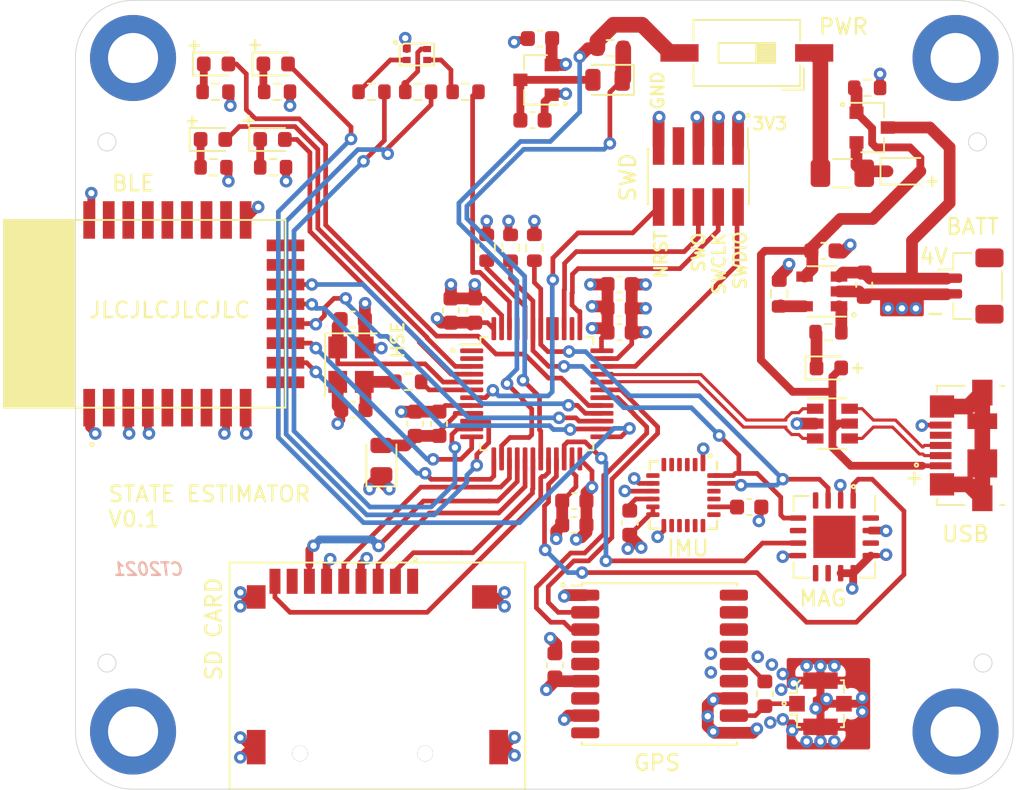
<source format=kicad_pcb>
(kicad_pcb (version 20171130) (host pcbnew 5.1.10-88a1d61d58~90~ubuntu20.04.1)
  (layers (0 F.Cu signal) (1 In1.Cu power hide) (2 In2.Cu power hide) (31 B.Cu signal) (34 B.Paste user) (35 F.Paste user) (36 B.SilkS user) (37 F.SilkS user) (38 B.Mask user) (39 F.Mask user) (44 Edge.Cuts user))
  (net 0 "")
  (net 1 GND)
  (net 2 +5V)
  (net 3 V_BAT)
  (net 4 "Net-(C3-Pad1)")
  (net 5 +3V3)
  (net 6 HSE_IN)
  (net 7 "Net-(C8-Pad1)")
  (net 8 +3.3VA)
  (net 9 "Net-(C17-Pad1)")
  (net 10 "Net-(C18-Pad1)")
  (net 11 "Net-(D1-Pad1)")
  (net 12 "Net-(D2-Pad1)")
  (net 13 GPS_LED_G)
  (net 14 "Net-(D3-Pad1)")
  (net 15 SD_LED_G)
  (net 16 "Net-(D4-Pad1)")
  (net 17 "Net-(D5-Pad3)")
  (net 18 "Net-(D5-Pad4)")
  (net 19 "Net-(D5-Pad2)")
  (net 20 USB_LED_G)
  (net 21 "Net-(D6-Pad1)")
  (net 22 BLE_LED_G)
  (net 23 "Net-(D7-Pad1)")
  (net 24 "Net-(F1-Pad1)")
  (net 25 "Net-(J1-Pad6)")
  (net 26 "Net-(J1-Pad4)")
  (net 27 USB_CONN_D+)
  (net 28 USB_CONN_D-)
  (net 29 "Net-(J4-Pad1)")
  (net 30 NRST)
  (net 31 SWO)
  (net 32 SWCLK)
  (net 33 SWDIO)
  (net 34 UART2_RX)
  (net 35 UART2_TX)
  (net 36 UART1_TX)
  (net 37 UART1_RX)
  (net 38 I2C1_SDA)
  (net 39 I2C1_SCL)
  (net 40 "Net-(L1-Pad2)")
  (net 41 "Net-(R2-Pad1)")
  (net 42 V_BAT_P)
  (net 43 "Net-(R4-Pad1)")
  (net 44 PWR_LED_R)
  (net 45 PWR_LED_G)
  (net 46 PWR_LED_B)
  (net 47 HSE_OUT)
  (net 48 BOOT0)
  (net 49 USB_D-)
  (net 50 USB_D+)
  (net 51 "Net-(U4-Pad25)")
  (net 52 "Net-(U4-Pad24)")
  (net 53 "Net-(U4-Pad23)")
  (net 54 "Net-(U4-Pad22)")
  (net 55 "Net-(U4-Pad21)")
  (net 56 "Net-(U4-Pad20)")
  (net 57 "Net-(U4-Pad19)")
  (net 58 "Net-(U4-Pad7)")
  (net 59 "Net-(U4-Pad6)")
  (net 60 "Net-(U4-Pad5)")
  (net 61 "Net-(U4-Pad2)")
  (net 62 "Net-(U4-Pad17)")
  (net 63 "Net-(U4-Pad16)")
  (net 64 BLE_EN)
  (net 65 BLE_INT)
  (net 66 BLE_STATUS)
  (net 67 "Net-(U4-Pad10)")
  (net 68 "Net-(U5-Pad45)")
  (net 69 "Net-(U5-Pad41)")
  (net 70 "Net-(U5-Pad40)")
  (net 71 "Net-(U5-Pad38)")
  (net 72 MLX_TRIG)
  (net 73 MLX_RDY)
  (net 74 SD_DETECT)
  (net 75 SPI_CS_SD)
  (net 76 SPI1_MOSI)
  (net 77 SPI1_MISO)
  (net 78 SPI1_SCK)
  (net 79 "Net-(U5-Pad2)")
  (net 80 "Net-(U5-Pad1)")
  (net 81 "Net-(U6-Pad18)")
  (net 82 "Net-(U6-Pad17)")
  (net 83 "Net-(U6-Pad16)")
  (net 84 "Net-(U6-Pad15)")
  (net 85 "Net-(U6-Pad13)")
  (net 86 "Net-(U6-Pad9)")
  (net 87 "Net-(U6-Pad7)")
  (net 88 "Net-(U6-Pad5)")
  (net 89 "Net-(U6-Pad4)")
  (net 90 "Net-(U7-Pad18)")
  (net 91 "Net-(U7-Pad7)")
  (net 92 "Net-(U7-Pad6)")
  (net 93 "Net-(U8-Pad1)")
  (net 94 "Net-(U8-Pad8)")
  (net 95 "Net-(U9-Pad16)")
  (net 96 "Net-(U9-Pad14)")
  (net 97 "Net-(U9-Pad10)")
  (net 98 "Net-(U9-Pad9)")
  (net 99 "Net-(U9-Pad6)")
  (net 100 "Net-(U9-Pad4)")
  (net 101 "Net-(J5-Pad8)")
  (net 102 "Net-(J5-Pad7)")
  (net 103 V_BAT_M)
  (module custom:MICRO_SD_TF-15 (layer F.Cu) (at 137.287 104.775)
    (fp_text reference U8)
    (fp_text value Micro_SD_TF-15)
    (pad 9 smd rect (at -6.55 -11) (size 0.7 1.6) (layers F.Cu F.Paste F.Mask) (net 74 SD_DETECT))
    (pad "" thru_hole circle (at 3.05 0) (size 1 1) (drill 1) (layers *.Cu *.Mask))
    (pad "" thru_hole circle (at -4.95 0) (size 1 1) (drill 1) (layers *.Cu *.Mask))
    (pad 6 smd rect (at 6.85 -10) (size 1.6 1.5) (layers F.Cu F.Paste F.Mask) (net 1 GND))
    (pad 6 smd rect (at 7.75 -0.4) (size 1.2 2.2) (layers F.Cu F.Paste F.Mask) (net 1 GND))
    (pad 6 smd rect (at -7.75 -0.4) (size 1.2 2.2) (layers F.Cu F.Paste F.Mask) (net 1 GND))
    (pad 6 smd rect (at -7.75 -10) (size 1.2 1.5) (layers F.Cu F.Paste F.Mask) (net 1 GND))
    (pad 8 smd rect (at -5.45 -11) (size 0.7 1.6) (layers F.Cu F.Paste F.Mask) (net 94 "Net-(U8-Pad8)"))
    (pad 7 smd rect (at -4.35 -11) (size 0.7 1.6) (layers F.Cu F.Paste F.Mask) (net 77 SPI1_MISO))
    (pad 6 smd rect (at -3.25 -11) (size 0.7 1.6) (layers F.Cu F.Paste F.Mask) (net 1 GND))
    (pad 5 smd rect (at -2.15 -11) (size 0.7 1.6) (layers F.Cu F.Paste F.Mask) (net 78 SPI1_SCK))
    (pad 4 smd rect (at -1.05 -11) (size 0.7 1.6) (layers F.Cu F.Paste F.Mask) (net 5 +3V3))
    (pad 3 smd rect (at 0.05 -11) (size 0.7 1.6) (layers F.Cu F.Paste F.Mask) (net 76 SPI1_MOSI))
    (pad 2 smd rect (at 1.15 -11) (size 0.7 1.6) (layers F.Cu F.Paste F.Mask) (net 75 SPI_CS_SD))
    (pad 1 smd rect (at 2.25 -11) (size 0.7 1.6) (layers F.Cu F.Paste F.Mask) (net 93 "Net-(U8-Pad1)"))
  )
  (module Button_Switch_SMD:SW_DIP_SPSTx01_Slide_6.7x4.1mm_W8.61mm_P2.54mm_LowProfile (layer F.Cu) (at 160.9 60 180)
    (fp_text reference SW1)
    (fp_text value ON_OFF)
    (pad 2 smd rect (at 4.305 0 180) (size 2.44 1.12) (layers F.Cu F.Paste F.Mask) (net 42 V_BAT_P))
    (pad 1 smd rect (at -4.305 0 180) (size 2.44 1.12) (layers F.Cu F.Paste F.Mask) (net 24 "Net-(F1-Pad1)"))
  )
  (module Connector_PinHeader_1.27mm:PinHeader_2x05_P1.27mm_Vertical_SMD (layer F.Cu) (at 157.8 67.9 270)
    (fp_text reference J5)
    (fp_text value Conn_02x05_Odd_Even)
    (pad 10 smd rect (at 1.95 2.54 270) (size 2.4 0.74) (layers F.Cu F.Paste F.Mask) (net 30 NRST))
    (pad 9 smd rect (at -1.95 2.54 270) (size 2.4 0.74) (layers F.Cu F.Paste F.Mask) (net 1 GND))
    (pad 8 smd rect (at 1.95 1.27 270) (size 2.4 0.74) (layers F.Cu F.Paste F.Mask) (net 101 "Net-(J5-Pad8)"))
    (pad 7 smd rect (at -1.95 1.27 270) (size 2.4 0.74) (layers F.Cu F.Paste F.Mask) (net 102 "Net-(J5-Pad7)"))
    (pad 6 smd rect (at 1.95 0 270) (size 2.4 0.74) (layers F.Cu F.Paste F.Mask) (net 31 SWO))
    (pad 5 smd rect (at -1.95 0 270) (size 2.4 0.74) (layers F.Cu F.Paste F.Mask) (net 1 GND))
    (pad 4 smd rect (at 1.95 -1.27 270) (size 2.4 0.74) (layers F.Cu F.Paste F.Mask) (net 32 SWCLK))
    (pad 3 smd rect (at -1.95 -1.27 270) (size 2.4 0.74) (layers F.Cu F.Paste F.Mask) (net 1 GND))
    (pad 2 smd rect (at 1.95 -2.54 270) (size 2.4 0.74) (layers F.Cu F.Paste F.Mask) (net 33 SWDIO))
    (pad 1 smd rect (at -1.95 -2.54 270) (size 2.4 0.74) (layers F.Cu F.Paste F.Mask) (net 5 +3V3))
  )
  (module Package_QFP:LQFP-48_7x7mm_P0.5mm (layer F.Cu) (at 147.4755 81.788)
    (fp_text reference U5)
    (fp_text value STM32L151C8TxA)
    (pad 1 smd roundrect (at -4.1625 -2.75) (size 1.475 0.3) (layers F.Cu F.Paste F.Mask) (net 80 "Net-(U5-Pad1)"))
    (pad 2 smd roundrect (at -4.1625 -2.25) (size 1.475 0.3) (layers F.Cu F.Paste F.Mask) (net 79 "Net-(U5-Pad2)"))
    (pad 3 smd roundrect (at -4.1625 -1.75) (size 1.475 0.3) (layers F.Cu F.Paste F.Mask) (net 20 USB_LED_G))
    (pad 4 smd roundrect (at -4.1625 -1.25) (size 1.475 0.3) (layers F.Cu F.Paste F.Mask) (net 22 BLE_LED_G))
    (pad 5 smd roundrect (at -4.1625 -0.75) (size 1.475 0.3) (layers F.Cu F.Paste F.Mask) (net 6 HSE_IN))
    (pad 6 smd roundrect (at -4.1625 -0.25) (size 1.475 0.3) (layers F.Cu F.Paste F.Mask) (net 47 HSE_OUT))
    (pad 7 smd roundrect (at -4.1625 0.25) (size 1.475 0.3) (layers F.Cu F.Paste F.Mask) (net 30 NRST))
    (pad 8 smd roundrect (at -4.1625 0.75) (size 1.475 0.3) (layers F.Cu F.Paste F.Mask) (net 1 GND))
    (pad 9 smd roundrect (at -4.1625 1.25) (size 1.475 0.3) (layers F.Cu F.Paste F.Mask) (net 8 +3.3VA))
    (pad 10 smd roundrect (at -4.1625 1.75) (size 1.475 0.3) (layers F.Cu F.Paste F.Mask) (net 45 PWR_LED_G))
    (pad 11 smd roundrect (at -4.1625 2.25) (size 1.475 0.3) (layers F.Cu F.Paste F.Mask) (net 44 PWR_LED_R))
    (pad 12 smd roundrect (at -4.1625 2.75) (size 1.475 0.3) (layers F.Cu F.Paste F.Mask) (net 35 UART2_TX))
    (pad 13 smd roundrect (at -2.75 4.1625) (size 0.3 1.475) (layers F.Cu F.Paste F.Mask) (net 34 UART2_RX))
    (pad 14 smd roundrect (at -2.25 4.1625) (size 0.3 1.475) (layers F.Cu F.Paste F.Mask) (net 42 V_BAT_P))
    (pad 15 smd roundrect (at -1.75 4.1625) (size 0.3 1.475) (layers F.Cu F.Paste F.Mask) (net 78 SPI1_SCK))
    (pad 16 smd roundrect (at -1.25 4.1625) (size 0.3 1.475) (layers F.Cu F.Paste F.Mask) (net 77 SPI1_MISO))
    (pad 17 smd roundrect (at -0.75 4.1625) (size 0.3 1.475) (layers F.Cu F.Paste F.Mask) (net 76 SPI1_MOSI))
    (pad 18 smd roundrect (at -0.25 4.1625) (size 0.3 1.475) (layers F.Cu F.Paste F.Mask) (net 75 SPI_CS_SD))
    (pad 19 smd roundrect (at 0.25 4.1625) (size 0.3 1.475) (layers F.Cu F.Paste F.Mask) (net 103 V_BAT_M))
    (pad 20 smd roundrect (at 0.75 4.1625) (size 0.3 1.475) (layers F.Cu F.Paste F.Mask) (net 74 SD_DETECT))
    (pad 21 smd roundrect (at 1.25 4.1625) (size 0.3 1.475) (layers F.Cu F.Paste F.Mask) (net 73 MLX_RDY))
    (pad 22 smd roundrect (at 1.75 4.1625) (size 0.3 1.475) (layers F.Cu F.Paste F.Mask) (net 72 MLX_TRIG))
    (pad 23 smd roundrect (at 2.25 4.1625) (size 0.3 1.475) (layers F.Cu F.Paste F.Mask) (net 1 GND))
    (pad 24 smd roundrect (at 2.75 4.1625) (size 0.3 1.475) (layers F.Cu F.Paste F.Mask) (net 5 +3V3))
    (pad 25 smd roundrect (at 4.1625 2.75) (size 1.475 0.3) (layers F.Cu F.Paste F.Mask) (net 15 SD_LED_G))
    (pad 26 smd roundrect (at 4.1625 2.25) (size 1.475 0.3) (layers F.Cu F.Paste F.Mask) (net 65 BLE_INT))
    (pad 27 smd roundrect (at 4.1625 1.75) (size 1.475 0.3) (layers F.Cu F.Paste F.Mask) (net 66 BLE_STATUS))
    (pad 28 smd roundrect (at 4.1625 1.25) (size 1.475 0.3) (layers F.Cu F.Paste F.Mask) (net 64 BLE_EN))
    (pad 29 smd roundrect (at 4.1625 0.75) (size 1.475 0.3) (layers F.Cu F.Paste F.Mask) (net 13 GPS_LED_G))
    (pad 30 smd roundrect (at 4.1625 0.25) (size 1.475 0.3) (layers F.Cu F.Paste F.Mask) (net 36 UART1_TX))
    (pad 31 smd roundrect (at 4.1625 -0.25) (size 1.475 0.3) (layers F.Cu F.Paste F.Mask) (net 37 UART1_RX))
    (pad 32 smd roundrect (at 4.1625 -0.75) (size 1.475 0.3) (layers F.Cu F.Paste F.Mask) (net 49 USB_D-))
    (pad 33 smd roundrect (at 4.1625 -1.25) (size 1.475 0.3) (layers F.Cu F.Paste F.Mask) (net 50 USB_D+))
    (pad 34 smd roundrect (at 4.1625 -1.75) (size 1.475 0.3) (layers F.Cu F.Paste F.Mask) (net 33 SWDIO))
    (pad 35 smd roundrect (at 4.1625 -2.25) (size 1.475 0.3) (layers F.Cu F.Paste F.Mask) (net 1 GND))
    (pad 36 smd roundrect (at 4.1625 -2.75) (size 1.475 0.3) (layers F.Cu F.Paste F.Mask) (net 5 +3V3))
    (pad 37 smd roundrect (at 2.75 -4.1625) (size 0.3 1.475) (layers F.Cu F.Paste F.Mask) (net 32 SWCLK))
    (pad 38 smd roundrect (at 2.25 -4.1625) (size 0.3 1.475) (layers F.Cu F.Paste F.Mask) (net 71 "Net-(U5-Pad38)"))
    (pad 39 smd roundrect (at 1.75 -4.1625) (size 0.3 1.475) (layers F.Cu F.Paste F.Mask) (net 31 SWO))
    (pad 40 smd roundrect (at 1.25 -4.1625) (size 0.3 1.475) (layers F.Cu F.Paste F.Mask) (net 70 "Net-(U5-Pad40)"))
    (pad 41 smd roundrect (at 0.75 -4.1625) (size 0.3 1.475) (layers F.Cu F.Paste F.Mask) (net 69 "Net-(U5-Pad41)"))
    (pad 42 smd roundrect (at 0.25 -4.1625) (size 0.3 1.475) (layers F.Cu F.Paste F.Mask) (net 39 I2C1_SCL))
    (pad 43 smd roundrect (at -0.25 -4.1625) (size 0.3 1.475) (layers F.Cu F.Paste F.Mask) (net 38 I2C1_SDA))
    (pad 44 smd roundrect (at -0.75 -4.1625) (size 0.3 1.475) (layers F.Cu F.Paste F.Mask) (net 48 BOOT0))
    (pad 45 smd roundrect (at -1.25 -4.1625) (size 0.3 1.475) (layers F.Cu F.Paste F.Mask) (net 68 "Net-(U5-Pad45)"))
    (pad 46 smd roundrect (at -1.75 -4.1625) (size 0.3 1.475) (layers F.Cu F.Paste F.Mask) (net 46 PWR_LED_B))
    (pad 47 smd roundrect (at -2.25 -4.1625) (size 0.3 1.475) (layers F.Cu F.Paste F.Mask) (net 1 GND))
    (pad 48 smd roundrect (at -2.75 -4.1625) (size 0.3 1.475) (layers F.Cu F.Paste F.Mask) (net 5 +3V3))
  )
  (module custom:DL-32-BLE4.2 (layer F.Cu) (at 113.411 82.677 90)
    (fp_text reference U4)
    (fp_text value DS-32-BLE4.2)
    (pad 1 smd rect (at 0 5.45 180) (size 0.75 2.4) (layers F.Cu F.Paste F.Mask) (net 1 GND))
    (pad 10 smd rect (at 1.625 18 270) (size 0.75 2.4) (layers F.Cu F.Paste F.Mask) (net 67 "Net-(U4-Pad10)"))
    (pad 18 smd rect (at 12 15.45) (size 0.75 2.4) (layers F.Cu F.Paste F.Mask) (net 1 GND))
    (pad 11 smd rect (at 2.875 18 270) (size 0.75 2.4) (layers F.Cu F.Paste F.Mask) (net 34 UART2_RX))
    (pad 12 smd rect (at 4.125 18 270) (size 0.75 2.4) (layers F.Cu F.Paste F.Mask) (net 35 UART2_TX))
    (pad 13 smd rect (at 5.375 18 270) (size 0.75 2.4) (layers F.Cu F.Paste F.Mask) (net 66 BLE_STATUS))
    (pad 14 smd rect (at 6.625 18 270) (size 0.75 2.4) (layers F.Cu F.Paste F.Mask) (net 65 BLE_INT))
    (pad 15 smd rect (at 7.875 18 270) (size 0.75 2.4) (layers F.Cu F.Paste F.Mask) (net 64 BLE_EN))
    (pad 16 smd rect (at 9.125 18 270) (size 0.75 2.4) (layers F.Cu F.Paste F.Mask) (net 63 "Net-(U4-Pad16)"))
    (pad 17 smd rect (at 10.375 18 270) (size 0.75 2.4) (layers F.Cu F.Paste F.Mask) (net 62 "Net-(U4-Pad17)"))
    (pad 2 smd rect (at 0 6.7 180) (size 0.75 2.4) (layers F.Cu F.Paste F.Mask) (net 61 "Net-(U4-Pad2)"))
    (pad 3 smd rect (at 0 7.95 180) (size 0.75 2.4) (layers F.Cu F.Paste F.Mask) (net 1 GND))
    (pad 4 smd rect (at 0 9.2 180) (size 0.75 2.4) (layers F.Cu F.Paste F.Mask) (net 1 GND))
    (pad 5 smd rect (at 0 10.45 180) (size 0.75 2.4) (layers F.Cu F.Paste F.Mask) (net 60 "Net-(U4-Pad5)"))
    (pad 6 smd rect (at 0 11.7 180) (size 0.75 2.4) (layers F.Cu F.Paste F.Mask) (net 59 "Net-(U4-Pad6)"))
    (pad 7 smd rect (at 0 12.95 180) (size 0.75 2.4) (layers F.Cu F.Paste F.Mask) (net 58 "Net-(U4-Pad7)"))
    (pad 8 smd rect (at 0 14.2 180) (size 0.75 2.4) (layers F.Cu F.Paste F.Mask) (net 5 +3V3))
    (pad 9 smd rect (at 0 15.45 180) (size 0.75 2.4) (layers F.Cu F.Paste F.Mask) (net 1 GND))
    (pad 19 smd rect (at 12 14.2) (size 0.75 2.4) (layers F.Cu F.Paste F.Mask) (net 57 "Net-(U4-Pad19)"))
    (pad 20 smd rect (at 12 12.95) (size 0.75 2.4) (layers F.Cu F.Paste F.Mask) (net 56 "Net-(U4-Pad20)"))
    (pad 21 smd rect (at 12 11.7) (size 0.75 2.4) (layers F.Cu F.Paste F.Mask) (net 55 "Net-(U4-Pad21)"))
    (pad 22 smd rect (at 12 10.45) (size 0.75 2.4) (layers F.Cu F.Paste F.Mask) (net 54 "Net-(U4-Pad22)"))
    (pad 23 smd rect (at 12 9.2) (size 0.75 2.4) (layers F.Cu F.Paste F.Mask) (net 53 "Net-(U4-Pad23)"))
    (pad 24 smd rect (at 12 7.95) (size 0.75 2.4) (layers F.Cu F.Paste F.Mask) (net 52 "Net-(U4-Pad24)"))
    (pad 25 smd rect (at 12 6.7) (size 0.75 2.4) (layers F.Cu F.Paste F.Mask) (net 51 "Net-(U4-Pad25)"))
    (pad 26 smd rect (at 12 5.45) (size 0.75 2.4) (layers F.Cu F.Paste F.Mask) (net 1 GND))
  )
  (module MountingHole:MountingHole_3.2mm_M3_ISO14580_Pad (layer F.Cu) (at 121.666 60.325)
    (fp_text reference H4)
    (fp_text value MountingHole_Pad)
    (pad 1 thru_hole circle (at 0 0) (size 5.5 5.5) (drill 3.2) (layers *.Cu *.Mask) (net 1 GND))
  )
  (module MountingHole:MountingHole_3.2mm_M3_ISO14580_Pad (layer F.Cu) (at 174.244 60.325)
    (fp_text reference H3)
    (fp_text value MountingHole_Pad)
    (pad 1 thru_hole circle (at 0 0) (size 5.5 5.5) (drill 3.2) (layers *.Cu *.Mask) (net 1 GND))
  )
  (module MountingHole:MountingHole_3.2mm_M3_ISO14580_Pad (layer F.Cu) (at 174.244 103.378)
    (fp_text reference H2)
    (fp_text value MountingHole_Pad)
    (pad 1 thru_hole circle (at 0 0) (size 5.5 5.5) (drill 3.2) (layers *.Cu *.Mask) (net 1 GND))
  )
  (module MountingHole:MountingHole_3.2mm_M3_ISO14580_Pad (layer F.Cu) (at 121.666 103.378)
    (fp_text reference H1)
    (fp_text value MountingHole_Pad)
    (pad 1 thru_hole circle (at 0 0) (size 5.5 5.5) (drill 3.2) (layers *.Cu *.Mask) (net 1 GND))
  )
  (module Capacitor_SMD:C_0603_1608Metric (layer F.Cu) (at 165.795 72.65)
    (fp_text reference C1)
    (fp_text value 4.7uF)
    (pad 2 smd roundrect (at 0.775 0) (size 0.9 0.95) (layers F.Cu F.Paste F.Mask) (net 1 GND))
    (pad 1 smd roundrect (at -0.775 0) (size 0.9 0.95) (layers F.Cu F.Paste F.Mask) (net 2 +5V))
  )
  (module Capacitor_SMD:C_0603_1608Metric (layer F.Cu) (at 168.402 74.816 270)
    (fp_text reference C2)
    (fp_text value 4.7uF)
    (pad 1 smd roundrect (at -0.775 0 270) (size 0.9 0.95) (layers F.Cu F.Paste F.Mask) (net 3 V_BAT))
    (pad 2 smd roundrect (at 0.775 0 270) (size 0.9 0.95) (layers F.Cu F.Paste F.Mask) (net 1 GND))
  )
  (module Capacitor_SMD:C_0603_1608Metric (layer F.Cu) (at 147.2 64.3)
    (fp_text reference C3)
    (fp_text value 1u)
    (pad 1 smd roundrect (at -0.775 0) (size 0.9 0.95) (layers F.Cu F.Paste F.Mask) (net 4 "Net-(C3-Pad1)"))
    (pad 2 smd roundrect (at 0.775 0) (size 0.9 0.95) (layers F.Cu F.Paste F.Mask) (net 1 GND))
  )
  (module Capacitor_SMD:C_0603_1608Metric (layer F.Cu) (at 147.679 59.082 180)
    (fp_text reference C4)
    (fp_text value 1u)
    (pad 2 smd roundrect (at 0.775 0 180) (size 0.9 0.95) (layers F.Cu F.Paste F.Mask) (net 1 GND))
    (pad 1 smd roundrect (at -0.775 0 180) (size 0.9 0.95) (layers F.Cu F.Paste F.Mask) (net 5 +3V3))
  )
  (module Capacitor_SMD:C_0603_1608Metric (layer F.Cu) (at 152.768 74.803)
    (fp_text reference C5)
    (fp_text value 10u)
    (pad 2 smd roundrect (at 0.775 0) (size 0.9 0.95) (layers F.Cu F.Paste F.Mask) (net 1 GND))
    (pad 1 smd roundrect (at -0.775 0) (size 0.9 0.95) (layers F.Cu F.Paste F.Mask) (net 5 +3V3))
  )
  (module Capacitor_SMD:C_0603_1608Metric (layer F.Cu) (at 135.71 77.04)
    (fp_text reference C6)
    (fp_text value 14pF)
    (pad 1 smd roundrect (at -0.775 0) (size 0.9 0.95) (layers F.Cu F.Paste F.Mask) (net 6 HSE_IN))
    (pad 2 smd roundrect (at 0.775 0) (size 0.9 0.95) (layers F.Cu F.Paste F.Mask) (net 1 GND))
  )
  (module Capacitor_SMD:C_0603_1608Metric (layer F.Cu) (at 152.768 77.851)
    (fp_text reference C7)
    (fp_text value 100n)
    (pad 2 smd roundrect (at 0.775 0) (size 0.9 0.95) (layers F.Cu F.Paste F.Mask) (net 1 GND))
    (pad 1 smd roundrect (at -0.775 0) (size 0.9 0.95) (layers F.Cu F.Paste F.Mask) (net 5 +3V3))
  )
  (module Capacitor_SMD:C_0603_1608Metric (layer F.Cu) (at 135.75 82.804 180)
    (fp_text reference C8)
    (fp_text value 14pF)
    (pad 2 smd roundrect (at 0.775 0 180) (size 0.9 0.95) (layers F.Cu F.Paste F.Mask) (net 1 GND))
    (pad 1 smd roundrect (at -0.775 0 180) (size 0.9 0.95) (layers F.Cu F.Paste F.Mask) (net 7 "Net-(C8-Pad1)"))
  )
  (module Capacitor_SMD:C_0603_1608Metric (layer F.Cu) (at 152.768 76.327)
    (fp_text reference C9)
    (fp_text value 100n)
    (pad 1 smd roundrect (at -0.775 0) (size 0.9 0.95) (layers F.Cu F.Paste F.Mask) (net 5 +3V3))
    (pad 2 smd roundrect (at 0.775 0) (size 0.9 0.95) (layers F.Cu F.Paste F.Mask) (net 1 GND))
  )
  (module Capacitor_SMD:C_0603_1608Metric (layer F.Cu) (at 141.986 76.467 90)
    (fp_text reference C10)
    (fp_text value 100n)
    (pad 2 smd roundrect (at 0.775 0 90) (size 0.9 0.95) (layers F.Cu F.Paste F.Mask) (net 1 GND))
    (pad 1 smd roundrect (at -0.775 0 90) (size 0.9 0.95) (layers F.Cu F.Paste F.Mask) (net 5 +3V3))
  )
  (module Capacitor_SMD:C_0603_1608Metric (layer F.Cu) (at 149.873 88.646 180)
    (fp_text reference C11)
    (fp_text value 100n)
    (pad 1 smd roundrect (at -0.775 0 180) (size 0.9 0.95) (layers F.Cu F.Paste F.Mask) (net 5 +3V3))
    (pad 2 smd roundrect (at 0.775 0 180) (size 0.9 0.95) (layers F.Cu F.Paste F.Mask) (net 1 GND))
  )
  (module Capacitor_SMD:C_0603_1608Metric (layer F.Cu) (at 143.51 76.467 90)
    (fp_text reference C12)
    (fp_text value 100n)
    (pad 2 smd roundrect (at 0.775 0 90) (size 0.9 0.95) (layers F.Cu F.Paste F.Mask) (net 1 GND))
    (pad 1 smd roundrect (at -0.775 0 90) (size 0.9 0.95) (layers F.Cu F.Paste F.Mask) (net 5 +3V3))
  )
  (module Capacitor_SMD:C_0603_1608Metric (layer F.Cu) (at 149.873 90.17 180)
    (fp_text reference C13)
    (fp_text value 100n)
    (pad 1 smd roundrect (at -0.775 0 180) (size 0.9 0.95) (layers F.Cu F.Paste F.Mask) (net 5 +3V3))
    (pad 2 smd roundrect (at 0.775 0 180) (size 0.9 0.95) (layers F.Cu F.Paste F.Mask) (net 1 GND))
  )
  (module Capacitor_SMD:C_0603_1608Metric (layer F.Cu) (at 141.224 83.706 90)
    (fp_text reference C14)
    (fp_text value 100n)
    (pad 1 smd roundrect (at -0.775 0 90) (size 0.9 0.95) (layers F.Cu F.Paste F.Mask) (net 8 +3.3VA))
    (pad 2 smd roundrect (at 0.775 0 90) (size 0.9 0.95) (layers F.Cu F.Paste F.Mask) (net 1 GND))
  )
  (module Capacitor_SMD:C_0603_1608Metric (layer F.Cu) (at 139.7 83.706 90)
    (fp_text reference C15)
    (fp_text value 10n)
    (pad 1 smd roundrect (at -0.775 0 90) (size 0.9 0.95) (layers F.Cu F.Paste F.Mask) (net 8 +3.3VA))
    (pad 2 smd roundrect (at 0.775 0 90) (size 0.9 0.95) (layers F.Cu F.Paste F.Mask) (net 1 GND))
  )
  (module Capacitor_SMD:C_0603_1608Metric (layer F.Cu) (at 148.63 99.15 90)
    (fp_text reference C16)
    (fp_text value 10u)
    (pad 2 smd roundrect (at 0.775 0 90) (size 0.9 0.95) (layers F.Cu F.Paste F.Mask) (net 1 GND))
    (pad 1 smd roundrect (at -0.775 0 90) (size 0.9 0.95) (layers F.Cu F.Paste F.Mask) (net 5 +3V3))
  )
  (module Capacitor_SMD:C_0603_1608Metric (layer F.Cu) (at 153.416 90.03 270)
    (fp_text reference C17)
    (fp_text value 0.1u)
    (pad 1 smd roundrect (at -0.775 0 270) (size 0.9 0.95) (layers F.Cu F.Paste F.Mask) (net 9 "Net-(C17-Pad1)"))
    (pad 2 smd roundrect (at 0.775 0 270) (size 0.9 0.95) (layers F.Cu F.Paste F.Mask) (net 1 GND))
  )
  (module Capacitor_SMD:C_0603_1608Metric (layer F.Cu) (at 161.049 89.027)
    (fp_text reference C18)
    (fp_text value 2.2n)
    (pad 2 smd roundrect (at 0.775 0) (size 0.9 0.95) (layers F.Cu F.Paste F.Mask) (net 1 GND))
    (pad 1 smd roundrect (at -0.775 0) (size 0.9 0.95) (layers F.Cu F.Paste F.Mask) (net 10 "Net-(C18-Pad1)"))
  )
  (module Diode_SMD:D_SOD-323 (layer F.Cu) (at 170.942 67.564)
    (fp_text reference D1)
    (fp_text value D_Schottky)
    (pad 1 smd rect (at -1.05 0) (size 0.6 0.45) (layers F.Cu F.Paste F.Mask) (net 11 "Net-(D1-Pad1)"))
    (pad 2 smd rect (at 1.05 0) (size 0.6 0.45) (layers F.Cu F.Paste F.Mask) (net 2 +5V))
  )
  (module LED_SMD:LED_0603_1608Metric (layer F.Cu) (at 166.1415 80.137)
    (fp_text reference D2)
    (fp_text value CHARGE_LED_R)
    (pad 1 smd roundrect (at -0.7875 0) (size 0.875 0.95) (layers F.Cu F.Paste F.Mask) (net 12 "Net-(D2-Pad1)"))
    (pad 2 smd roundrect (at 0.7875 0) (size 0.875 0.95) (layers F.Cu F.Paste F.Mask) (net 2 +5V))
  )
  (module LED_SMD:LED_0603_1608Metric (layer F.Cu) (at 126.9745 60.706)
    (fp_text reference D3)
    (fp_text value GPS_STATUS)
    (pad 2 smd roundrect (at 0.7875 0) (size 0.875 0.95) (layers F.Cu F.Paste F.Mask) (net 13 GPS_LED_G))
    (pad 1 smd roundrect (at -0.7875 0) (size 0.875 0.95) (layers F.Cu F.Paste F.Mask) (net 14 "Net-(D3-Pad1)"))
  )
  (module LED_SMD:LED_0603_1608Metric (layer F.Cu) (at 130.7845 60.706)
    (fp_text reference D4)
    (fp_text value SD_ACT)
    (pad 1 smd roundrect (at -0.7875 0) (size 0.875 0.95) (layers F.Cu F.Paste F.Mask) (net 16 "Net-(D4-Pad1)"))
    (pad 2 smd roundrect (at 0.7875 0) (size 0.875 0.95) (layers F.Cu F.Paste F.Mask) (net 15 SD_LED_G))
  )
  (module custom:APHF1608LSEEQBDZGKC (layer F.Cu) (at 139.812 60.102)
    (fp_text reference D5)
    (fp_text value BATT_STAT)
    (pad 1 smd rect (at -0.65 -0.35) (size 0.5 0.4) (layers F.Cu F.Paste F.Mask) (net 5 +3V3))
    (pad 2 smd rect (at -0.65 0.35) (size 0.5 0.4) (layers F.Cu F.Paste F.Mask) (net 19 "Net-(D5-Pad2)"))
    (pad 4 smd rect (at 0.65 -0.35) (size 0.5 0.4) (layers F.Cu F.Paste F.Mask) (net 18 "Net-(D5-Pad4)"))
    (pad 3 smd rect (at 0.65 0.35) (size 0.5 0.4) (layers F.Cu F.Paste F.Mask) (net 17 "Net-(D5-Pad3)"))
  )
  (module LED_SMD:LED_0603_1608Metric (layer F.Cu) (at 126.7715 65.532)
    (fp_text reference D6)
    (fp_text value USB_ACT)
    (pad 2 smd roundrect (at 0.7875 0) (size 0.875 0.95) (layers F.Cu F.Paste F.Mask) (net 20 USB_LED_G))
    (pad 1 smd roundrect (at -0.7875 0) (size 0.875 0.95) (layers F.Cu F.Paste F.Mask) (net 21 "Net-(D6-Pad1)"))
  )
  (module LED_SMD:LED_0603_1608Metric (layer F.Cu) (at 130.5815 65.532)
    (fp_text reference D7)
    (fp_text value BLE_CON)
    (pad 1 smd roundrect (at -0.7875 0) (size 0.875 0.95) (layers F.Cu F.Paste F.Mask) (net 23 "Net-(D7-Pad1)"))
    (pad 2 smd roundrect (at 0.7875 0) (size 0.875 0.95) (layers F.Cu F.Paste F.Mask) (net 22 BLE_LED_G))
  )
  (module Fuse:Fuse_1206_3216Metric (layer F.Cu) (at 167.005 67.691)
    (fp_text reference F1)
    (fp_text value 500mA)
    (pad 1 smd roundrect (at -1.4 0) (size 1.25 1.75) (layers F.Cu F.Paste F.Mask) (roundrect_rratio 0.2) (net 24 "Net-(F1-Pad1)"))
    (pad 2 smd roundrect (at 1.4 0) (size 1.25 1.75) (layers F.Cu F.Paste F.Mask) (roundrect_rratio 0.2) (net 11 "Net-(D1-Pad1)"))
  )
  (module Diode_SMD:D_0805_2012Metric (layer F.Cu) (at 151.997 61.722 180)
    (fp_text reference FB1)
    (fp_text value "100 @ 100 MHz")
    (pad 1 smd roundrect (at -0.9375 0 180) (size 0.975 1.4) (layers F.Cu F.Paste F.Mask) (net 103 V_BAT_M))
    (pad 2 smd roundrect (at 0.9375 0 180) (size 0.975 1.4) (layers F.Cu F.Paste F.Mask) (net 4 "Net-(C3-Pad1)"))
  )
  (module Diode_SMD:D_0805_2012Metric (layer F.Cu) (at 137.541 86.0275 90)
    (fp_text reference FB2)
    (fp_text value "100 @ 100 MHz")
    (pad 2 smd roundrect (at 0.9375 0 90) (size 0.975 1.4) (layers F.Cu F.Paste F.Mask) (net 8 +3.3VA))
    (pad 1 smd roundrect (at -0.9375 0 90) (size 0.975 1.4) (layers F.Cu F.Paste F.Mask) (net 5 +3V3))
  )
  (module Crystal:Crystal_SMD_3225-4Pin_3.2x2.5mm (layer F.Cu) (at 135.597 79.926 270)
    (fp_text reference HSE1)
    (fp_text value 24MHz)
    (pad 1 smd rect (at -1.1 0.85 270) (size 1.4 1.2) (layers F.Cu F.Paste F.Mask) (net 6 HSE_IN))
    (pad 2 smd rect (at 1.1 0.85 270) (size 1.4 1.2) (layers F.Cu F.Paste F.Mask) (net 1 GND))
    (pad 3 smd rect (at 1.1 -0.85 270) (size 1.4 1.2) (layers F.Cu F.Paste F.Mask) (net 7 "Net-(C8-Pad1)"))
    (pad 4 smd rect (at -1.1 -0.85 270) (size 1.4 1.2) (layers F.Cu F.Paste F.Mask) (net 1 GND))
  )
  (module Connector_USB:USB_Micro-B_Molex_47346-0001 (layer F.Cu) (at 174.752 85.09 90)
    (fp_text reference J1)
    (fp_text value USB_OTG)
    (pad 1 smd rect (at -1.3 -1.46 90) (size 0.45 1.38) (layers F.Cu F.Paste F.Mask) (net 2 +5V))
    (pad 2 smd rect (at -0.65 -1.46 90) (size 0.45 1.38) (layers F.Cu F.Paste F.Mask) (net 28 USB_CONN_D-))
    (pad 3 smd rect (at 0 -1.46 90) (size 0.45 1.38) (layers F.Cu F.Paste F.Mask) (net 27 USB_CONN_D+))
    (pad 4 smd rect (at 0.65 -1.46 90) (size 0.45 1.38) (layers F.Cu F.Paste F.Mask) (net 26 "Net-(J1-Pad4)"))
    (pad 5 smd rect (at 1.3 -1.46 90) (size 0.45 1.38) (layers F.Cu F.Paste F.Mask) (net 1 GND))
    (pad 6 smd rect (at -2.4875 -1.375 90) (size 1.425 1.55) (layers F.Cu F.Paste F.Mask) (net 25 "Net-(J1-Pad6)"))
    (pad 6 smd rect (at 2.4875 -1.375 90) (size 1.425 1.55) (layers F.Cu F.Paste F.Mask) (net 25 "Net-(J1-Pad6)"))
    (pad 6 smd rect (at -3.375 1.2 90) (size 1.65 1.3) (layers F.Cu F.Paste F.Mask) (net 25 "Net-(J1-Pad6)"))
    (pad 6 smd rect (at 3.375 1.2 90) (size 1.65 1.3) (layers F.Cu F.Paste F.Mask) (net 25 "Net-(J1-Pad6)"))
    (pad 6 smd rect (at -1.15 1.2 90) (size 1.8 1.9) (layers F.Cu F.Paste F.Mask) (net 25 "Net-(J1-Pad6)"))
    (pad 6 smd rect (at 1.55 1.2 90) (size 1 1.9) (layers F.Cu F.Paste F.Mask) (net 25 "Net-(J1-Pad6)"))
  )
  (module Connector_JST:JST_SH_BM02B-SRSS-TB_1x02-1MP_P1.00mm_Vertical (layer F.Cu) (at 175.21 74.9 270)
    (fp_text reference J2)
    (fp_text value JST_BATT)
    (pad 1 smd roundrect (at -0.5 1.325 270) (size 0.6 1.55) (layers F.Cu F.Paste F.Mask) (net 3 V_BAT))
    (pad 2 smd roundrect (at 0.5 1.325 270) (size 0.6 1.55) (layers F.Cu F.Paste F.Mask) (net 1 GND))
    (pad MP smd roundrect (at -1.8 -1.2 270) (size 1.2 1.8) (layers F.Cu F.Paste F.Mask) (roundrect_rratio 0.2083325))
    (pad MP smd roundrect (at 1.8 -1.2 270) (size 1.2 1.8) (layers F.Cu F.Paste F.Mask) (roundrect_rratio 0.2083325))
  )
  (module Connector_Coaxial:U.FL_Molex_MCRF_73412-0110_Vertical (layer F.Cu) (at 165.608 101.6 270)
    (fp_text reference J4)
    (fp_text value Conn_Coaxial)
    (pad 2 smd rect (at -1.475 0 270) (size 1.05 2.2) (layers F.Cu F.Paste F.Mask) (net 1 GND))
    (pad 2 smd rect (at 1.475 0 270) (size 1.05 2.2) (layers F.Cu F.Paste F.Mask) (net 1 GND))
    (pad 2 smd rect (at 0 -1.5 270) (size 1 1) (layers F.Cu F.Paste F.Mask) (net 1 GND))
    (pad 1 smd rect (at 0 1.5 270) (size 1 1) (layers F.Cu F.Paste F.Mask) (net 29 "Net-(J4-Pad1)"))
  )
  (module Inductor_SMD:L_0603_1608Metric (layer F.Cu) (at 162.052 100.965 90)
    (fp_text reference L1)
    (fp_text value 27nH)
    (pad 1 smd roundrect (at -0.7875 0 90) (size 0.875 0.95) (layers F.Cu F.Paste F.Mask) (net 29 "Net-(J4-Pad1)"))
    (pad 2 smd roundrect (at 0.7875 0 90) (size 0.875 0.95) (layers F.Cu F.Paste F.Mask) (net 40 "Net-(L1-Pad2)"))
  )
  (module Package_TO_SOT_SMD:SOT-23 (layer F.Cu) (at 168.91 64.77)
    (fp_text reference Q1)
    (fp_text value PWR_PMOS)
    (pad 1 smd rect (at -1 -0.95) (size 0.9 0.8) (layers F.Cu F.Paste F.Mask) (net 2 +5V))
    (pad 2 smd rect (at -1 0.95) (size 0.9 0.8) (layers F.Cu F.Paste F.Mask) (net 11 "Net-(D1-Pad1)"))
    (pad 3 smd rect (at 1 0) (size 0.9 0.8) (layers F.Cu F.Paste F.Mask) (net 3 V_BAT))
  )
  (module Resistor_SMD:R_0603_1608Metric (layer F.Cu) (at 168.592 62.23)
    (fp_text reference R1)
    (fp_text value 10k)
    (pad 2 smd roundrect (at 0.825 0) (size 0.8 0.95) (layers F.Cu F.Paste F.Mask) (net 1 GND))
    (pad 1 smd roundrect (at -0.825 0) (size 0.8 0.95) (layers F.Cu F.Paste F.Mask) (net 2 +5V))
  )
  (module Resistor_SMD:R_0603_1608Metric (layer F.Cu) (at 162.97 75.38 90)
    (fp_text reference R2)
    (fp_text value 5k)
    (pad 1 smd roundrect (at -0.825 0 90) (size 0.8 0.95) (layers F.Cu F.Paste F.Mask) (net 41 "Net-(R2-Pad1)"))
    (pad 2 smd roundrect (at 0.825 0 90) (size 0.8 0.95) (layers F.Cu F.Paste F.Mask) (net 1 GND))
  )
  (module Resistor_SMD:R_0603_1608Metric (layer F.Cu) (at 152.175 59.7 180)
    (fp_text reference R3)
    (fp_text value 0.4)
    (pad 1 smd roundrect (at -0.825 0 180) (size 0.8 0.95) (layers F.Cu F.Paste F.Mask) (net 103 V_BAT_M))
    (pad 2 smd roundrect (at 0.825 0 180) (size 0.8 0.95) (layers F.Cu F.Paste F.Mask) (net 42 V_BAT_P))
  )
  (module Resistor_SMD:R_0603_1608Metric (layer F.Cu) (at 166.116 77.851 180)
    (fp_text reference R4)
    (fp_text value 470)
    (pad 2 smd roundrect (at 0.825 0 180) (size 0.8 0.95) (layers F.Cu F.Paste F.Mask) (net 12 "Net-(D2-Pad1)"))
    (pad 1 smd roundrect (at -0.825 0 180) (size 0.8 0.95) (layers F.Cu F.Paste F.Mask) (net 43 "Net-(R4-Pad1)"))
  )
  (module Resistor_SMD:R_0603_1608Metric (layer F.Cu) (at 126.937 62.484)
    (fp_text reference R5)
    (fp_text value 10)
    (pad 2 smd roundrect (at 0.825 0) (size 0.8 0.95) (layers F.Cu F.Paste F.Mask) (net 1 GND))
    (pad 1 smd roundrect (at -0.825 0) (size 0.8 0.95) (layers F.Cu F.Paste F.Mask) (net 14 "Net-(D3-Pad1)"))
  )
  (module Resistor_SMD:R_0603_1608Metric (layer F.Cu) (at 136.906 62.484)
    (fp_text reference R6)
    (fp_text value 50)
    (pad 1 smd roundrect (at -0.825 0) (size 0.8 0.95) (layers F.Cu F.Paste F.Mask) (net 19 "Net-(D5-Pad2)"))
    (pad 2 smd roundrect (at 0.825 0) (size 0.8 0.95) (layers F.Cu F.Paste F.Mask) (net 44 PWR_LED_R))
  )
  (module Resistor_SMD:R_0603_1608Metric (layer F.Cu) (at 130.873 62.484)
    (fp_text reference R7)
    (fp_text value 10)
    (pad 1 smd roundrect (at -0.825 0) (size 0.8 0.95) (layers F.Cu F.Paste F.Mask) (net 16 "Net-(D4-Pad1)"))
    (pad 2 smd roundrect (at 0.825 0) (size 0.8 0.95) (layers F.Cu F.Paste F.Mask) (net 1 GND))
  )
  (module Resistor_SMD:R_0603_1608Metric (layer F.Cu) (at 139.891 62.484)
    (fp_text reference R8)
    (fp_text value 34)
    (pad 2 smd roundrect (at 0.825 0) (size 0.8 0.95) (layers F.Cu F.Paste F.Mask) (net 45 PWR_LED_G))
    (pad 1 smd roundrect (at -0.825 0) (size 0.8 0.95) (layers F.Cu F.Paste F.Mask) (net 18 "Net-(D5-Pad4)"))
  )
  (module Resistor_SMD:R_0603_1608Metric (layer F.Cu) (at 142.92 62.484)
    (fp_text reference R9)
    (fp_text value 34)
    (pad 1 smd roundrect (at -0.825 0) (size 0.8 0.95) (layers F.Cu F.Paste F.Mask) (net 17 "Net-(D5-Pad3)"))
    (pad 2 smd roundrect (at 0.825 0) (size 0.8 0.95) (layers F.Cu F.Paste F.Mask) (net 46 PWR_LED_B))
  )
  (module Resistor_SMD:R_0603_1608Metric (layer F.Cu) (at 126.809 67.31)
    (fp_text reference R10)
    (fp_text value 10)
    (pad 2 smd roundrect (at 0.825 0) (size 0.8 0.95) (layers F.Cu F.Paste F.Mask) (net 1 GND))
    (pad 1 smd roundrect (at -0.825 0) (size 0.8 0.95) (layers F.Cu F.Paste F.Mask) (net 21 "Net-(D6-Pad1)"))
  )
  (module Resistor_SMD:R_0603_1608Metric (layer F.Cu) (at 139.256 81.026 180)
    (fp_text reference R11)
    (fp_text value 220)
    (pad 1 smd roundrect (at -0.825 0 180) (size 0.8 0.95) (layers F.Cu F.Paste F.Mask) (net 47 HSE_OUT))
    (pad 2 smd roundrect (at 0.825 0 180) (size 0.8 0.95) (layers F.Cu F.Paste F.Mask) (net 7 "Net-(C8-Pad1)"))
  )
  (module Resistor_SMD:R_0603_1608Metric (layer F.Cu) (at 130.619 67.31)
    (fp_text reference R12)
    (fp_text value 10)
    (pad 1 smd roundrect (at -0.825 0) (size 0.8 0.95) (layers F.Cu F.Paste F.Mask) (net 23 "Net-(D7-Pad1)"))
    (pad 2 smd roundrect (at 0.825 0) (size 0.8 0.95) (layers F.Cu F.Paste F.Mask) (net 1 GND))
  )
  (module Resistor_SMD:R_0603_1608Metric (layer F.Cu) (at 147.32 72.454 270)
    (fp_text reference R13)
    (fp_text value 2k2)
    (pad 2 smd roundrect (at 0.825 0 270) (size 0.8 0.95) (layers F.Cu F.Paste F.Mask) (net 39 I2C1_SCL))
    (pad 1 smd roundrect (at -0.825 0 270) (size 0.8 0.95) (layers F.Cu F.Paste F.Mask) (net 5 +3V3))
  )
  (module Resistor_SMD:R_0603_1608Metric (layer F.Cu) (at 145.796 72.454 270)
    (fp_text reference R14)
    (fp_text value 2k2)
    (pad 1 smd roundrect (at -0.825 0 270) (size 0.8 0.95) (layers F.Cu F.Paste F.Mask) (net 5 +3V3))
    (pad 2 smd roundrect (at 0.825 0 270) (size 0.8 0.95) (layers F.Cu F.Paste F.Mask) (net 38 I2C1_SDA))
  )
  (module Resistor_SMD:R_0603_1608Metric (layer F.Cu) (at 144.272 72.454 90)
    (fp_text reference R15)
    (fp_text value 10k)
    (pad 2 smd roundrect (at 0.825 0 90) (size 0.8 0.95) (layers F.Cu F.Paste F.Mask) (net 1 GND))
    (pad 1 smd roundrect (at -0.825 0 90) (size 0.8 0.95) (layers F.Cu F.Paste F.Mask) (net 48 BOOT0))
  )
  (module Package_TO_SOT_SMD:SOT-23-5 (layer F.Cu) (at 165.692 75.245 180)
    (fp_text reference U1)
    (fp_text value MCP73831-2-OT)
    (pad 1 smd rect (at -1.1 -0.95 180) (size 1.06 0.65) (layers F.Cu F.Paste F.Mask) (net 43 "Net-(R4-Pad1)"))
    (pad 2 smd rect (at -1.1 0 180) (size 1.06 0.65) (layers F.Cu F.Paste F.Mask) (net 1 GND))
    (pad 3 smd rect (at -1.1 0.95 180) (size 1.06 0.65) (layers F.Cu F.Paste F.Mask) (net 3 V_BAT))
    (pad 4 smd rect (at 1.1 0.95 180) (size 1.06 0.65) (layers F.Cu F.Paste F.Mask) (net 2 +5V))
    (pad 5 smd rect (at 1.1 -0.95 180) (size 1.06 0.65) (layers F.Cu F.Paste F.Mask) (net 41 "Net-(R2-Pad1)"))
  )
  (module Package_TO_SOT_SMD:SOT-23-6 (layer F.Cu) (at 166.37 83.693)
    (fp_text reference U2)
    (fp_text value USBLC6-2SC6)
    (pad 1 smd rect (at -1.1 -0.95) (size 1.06 0.65) (layers F.Cu F.Paste F.Mask) (net 50 USB_D+))
    (pad 2 smd rect (at -1.1 0) (size 1.06 0.65) (layers F.Cu F.Paste F.Mask) (net 1 GND))
    (pad 3 smd rect (at -1.1 0.95) (size 1.06 0.65) (layers F.Cu F.Paste F.Mask) (net 49 USB_D-))
    (pad 4 smd rect (at 1.1 0.95) (size 1.06 0.65) (layers F.Cu F.Paste F.Mask) (net 28 USB_CONN_D-))
    (pad 6 smd rect (at 1.1 -0.95) (size 1.06 0.65) (layers F.Cu F.Paste F.Mask) (net 27 USB_CONN_D+))
    (pad 5 smd rect (at 1.1 0) (size 1.06 0.65) (layers F.Cu F.Paste F.Mask) (net 2 +5V))
  )
  (module Package_TO_SOT_SMD:SOT-23 (layer F.Cu) (at 147.425 61.722 180)
    (fp_text reference U3)
    (fp_text value ME6211A28M3G-N)
    (pad 3 smd rect (at 1 0 180) (size 0.9 0.8) (layers F.Cu F.Paste F.Mask) (net 4 "Net-(C3-Pad1)"))
    (pad 2 smd rect (at -1 0.95 180) (size 0.9 0.8) (layers F.Cu F.Paste F.Mask) (net 5 +3V3))
    (pad 1 smd rect (at -1 -0.95 180) (size 0.9 0.8) (layers F.Cu F.Paste F.Mask) (net 1 GND))
  )
  (module RF_GPS:ublox_MAX (layer F.Cu) (at 155.321 99.06)
    (fp_text reference U6)
    (fp_text value ATGM336H-1N)
    (pad 1 smd roundrect (at -4.75 -4.4) (size 1.8 0.7) (layers F.Cu F.Paste F.Mask) (net 1 GND))
    (pad 2 smd roundrect (at -4.75 -3.3) (size 1.8 0.8) (layers F.Cu F.Paste F.Mask) (net 37 UART1_RX))
    (pad 3 smd roundrect (at -4.75 -2.2) (size 1.8 0.8) (layers F.Cu F.Paste F.Mask) (net 36 UART1_TX))
    (pad 4 smd roundrect (at -4.75 -1.1) (size 1.8 0.8) (layers F.Cu F.Paste F.Mask) (net 89 "Net-(U6-Pad4)"))
    (pad 5 smd roundrect (at -4.75 0) (size 1.8 0.8) (layers F.Cu F.Paste F.Mask) (net 88 "Net-(U6-Pad5)"))
    (pad 6 smd roundrect (at -4.75 1.1) (size 1.8 0.8) (layers F.Cu F.Paste F.Mask) (net 5 +3V3))
    (pad 7 smd roundrect (at -4.75 2.2) (size 1.8 0.8) (layers F.Cu F.Paste F.Mask) (net 87 "Net-(U6-Pad7)"))
    (pad 8 smd roundrect (at -4.75 3.3) (size 1.8 0.8) (layers F.Cu F.Paste F.Mask) (net 5 +3V3))
    (pad 9 smd roundrect (at -4.75 4.4) (size 1.8 0.7) (layers F.Cu F.Paste F.Mask) (net 86 "Net-(U6-Pad9)"))
    (pad 10 smd roundrect (at 4.75 4.4) (size 1.8 0.7) (layers F.Cu F.Paste F.Mask) (net 1 GND))
    (pad 11 smd roundrect (at 4.75 3.3) (size 1.8 0.8) (layers F.Cu F.Paste F.Mask) (net 29 "Net-(J4-Pad1)"))
    (pad 12 smd roundrect (at 4.75 2.2) (size 1.8 0.8) (layers F.Cu F.Paste F.Mask) (net 1 GND))
    (pad 13 smd roundrect (at 4.75 1.1) (size 1.8 0.8) (layers F.Cu F.Paste F.Mask) (net 85 "Net-(U6-Pad13)"))
    (pad 14 smd roundrect (at 4.75 0) (size 1.8 0.8) (layers F.Cu F.Paste F.Mask) (net 40 "Net-(L1-Pad2)"))
    (pad 15 smd roundrect (at 4.75 -1.1) (size 1.8 0.8) (layers F.Cu F.Paste F.Mask) (net 84 "Net-(U6-Pad15)"))
    (pad 16 smd roundrect (at 4.75 -2.2) (size 1.8 0.8) (layers F.Cu F.Paste F.Mask) (net 83 "Net-(U6-Pad16)"))
    (pad 17 smd roundrect (at 4.75 -3.3) (size 1.8 0.8) (layers F.Cu F.Paste F.Mask) (net 82 "Net-(U6-Pad17)"))
    (pad 18 smd roundrect (at 4.75 -4.4) (size 1.8 0.7) (layers F.Cu F.Paste F.Mask) (net 81 "Net-(U6-Pad18)"))
  )
  (module Sensor_Motion:InvenSense_QFN-24_4x4mm_P0.5mm (layer F.Cu) (at 156.845 88.265 270)
    (fp_text reference U7)
    (fp_text value MPU-6050)
    (pad 1 smd roundrect (at -1.95 -1.25 270) (size 0.85 0.3) (layers F.Cu F.Paste F.Mask) (net 1 GND))
    (pad 2 smd roundrect (at -1.95 -0.75 270) (size 0.85 0.3) (layers F.Cu F.Paste F.Mask))
    (pad 3 smd roundrect (at -1.95 -0.25 270) (size 0.85 0.3) (layers F.Cu F.Paste F.Mask))
    (pad 4 smd roundrect (at -1.95 0.25 270) (size 0.85 0.3) (layers F.Cu F.Paste F.Mask))
    (pad 5 smd roundrect (at -1.95 0.75 270) (size 0.85 0.3) (layers F.Cu F.Paste F.Mask))
    (pad 6 smd roundrect (at -1.95 1.25 270) (size 0.85 0.3) (layers F.Cu F.Paste F.Mask) (net 92 "Net-(U7-Pad6)"))
    (pad 7 smd roundrect (at -1.25 1.95) (size 0.85 0.3) (layers F.Cu F.Paste F.Mask) (net 91 "Net-(U7-Pad7)"))
    (pad 8 smd roundrect (at -0.75 1.95) (size 0.85 0.3) (layers F.Cu F.Paste F.Mask) (net 5 +3V3))
    (pad 9 smd roundrect (at -0.25 1.95) (size 0.85 0.3) (layers F.Cu F.Paste F.Mask) (net 1 GND))
    (pad 10 smd roundrect (at 0.25 1.95) (size 0.85 0.3) (layers F.Cu F.Paste F.Mask) (net 9 "Net-(C17-Pad1)"))
    (pad 11 smd roundrect (at 0.75 1.95) (size 0.85 0.3) (layers F.Cu F.Paste F.Mask) (net 1 GND))
    (pad 12 smd roundrect (at 1.25 1.95) (size 0.85 0.3) (layers F.Cu F.Paste F.Mask) (net 1 GND))
    (pad 13 smd roundrect (at 1.95 1.25 270) (size 0.85 0.3) (layers F.Cu F.Paste F.Mask) (net 5 +3V3))
    (pad 14 smd roundrect (at 1.95 0.75 270) (size 0.85 0.3) (layers F.Cu F.Paste F.Mask))
    (pad 15 smd roundrect (at 1.95 0.25 270) (size 0.85 0.3) (layers F.Cu F.Paste F.Mask))
    (pad 16 smd roundrect (at 1.95 -0.25 270) (size 0.85 0.3) (layers F.Cu F.Paste F.Mask))
    (pad 17 smd roundrect (at 1.95 -0.75 270) (size 0.85 0.3) (layers F.Cu F.Paste F.Mask))
    (pad 18 smd roundrect (at 1.95 -1.25 270) (size 0.85 0.3) (layers F.Cu F.Paste F.Mask) (net 90 "Net-(U7-Pad18)"))
    (pad 19 smd roundrect (at 1.25 -1.95) (size 0.85 0.3) (layers F.Cu F.Paste F.Mask))
    (pad 20 smd roundrect (at 0.75 -1.95) (size 0.85 0.3) (layers F.Cu F.Paste F.Mask) (net 10 "Net-(C18-Pad1)"))
    (pad 21 smd roundrect (at 0.25 -1.95) (size 0.85 0.3) (layers F.Cu F.Paste F.Mask))
    (pad 22 smd roundrect (at -0.25 -1.95) (size 0.85 0.3) (layers F.Cu F.Paste F.Mask))
    (pad 23 smd roundrect (at -0.75 -1.95) (size 0.85 0.3) (layers F.Cu F.Paste F.Mask) (net 39 I2C1_SCL))
    (pad 24 smd roundrect (at -1.25 -1.95) (size 0.85 0.3) (layers F.Cu F.Paste F.Mask) (net 38 I2C1_SDA))
  )
  (module Package_DFN_QFN:QFN-16-1EP_5x5mm_P0.8mm_EP2.7x2.7mm (layer F.Cu) (at 166.497 90.932 270)
    (fp_text reference U9)
    (fp_text value MLX90393)
    (pad 1 smd roundrect (at -2.325 -1.2 270) (size 1.05 0.35) (layers F.Cu F.Paste F.Mask) (net 73 MLX_RDY))
    (pad 2 smd roundrect (at -2.325 -0.4 270) (size 1.05 0.35) (layers F.Cu F.Paste F.Mask) (net 5 +3V3))
    (pad 3 smd roundrect (at -2.325 0.4 270) (size 1.05 0.35) (layers F.Cu F.Paste F.Mask) (net 39 I2C1_SCL))
    (pad 4 smd roundrect (at -2.325 1.2 270) (size 1.05 0.35) (layers F.Cu F.Paste F.Mask) (net 100 "Net-(U9-Pad4)"))
    (pad 5 smd roundrect (at -1.2 2.325 270) (size 0.35 1.05) (layers F.Cu F.Paste F.Mask) (net 38 I2C1_SDA))
    (pad 6 smd roundrect (at -0.4 2.325 270) (size 0.35 1.05) (layers F.Cu F.Paste F.Mask) (net 99 "Net-(U9-Pad6)"))
    (pad 7 smd roundrect (at 0.4 2.325 270) (size 0.35 1.05) (layers F.Cu F.Paste F.Mask) (net 72 MLX_TRIG))
    (pad 8 smd roundrect (at 1.2 2.325 270) (size 0.35 1.05) (layers F.Cu F.Paste F.Mask) (net 5 +3V3))
    (pad 9 smd roundrect (at 2.325 1.2 270) (size 1.05 0.35) (layers F.Cu F.Paste F.Mask) (net 98 "Net-(U9-Pad9)"))
    (pad 10 smd roundrect (at 2.325 0.4 270) (size 1.05 0.35) (layers F.Cu F.Paste F.Mask) (net 97 "Net-(U9-Pad10)"))
    (pad 11 smd roundrect (at 2.325 -0.4 270) (size 1.05 0.35) (layers F.Cu F.Paste F.Mask) (net 1 GND))
    (pad 12 smd roundrect (at 2.325 -1.2 270) (size 1.05 0.35) (layers F.Cu F.Paste F.Mask) (net 1 GND))
    (pad 13 smd roundrect (at 1.2 -2.325 270) (size 0.35 1.05) (layers F.Cu F.Paste F.Mask) (net 1 GND))
    (pad 14 smd roundrect (at 0.4 -2.325 270) (size 0.35 1.05) (layers F.Cu F.Paste F.Mask) (net 96 "Net-(U9-Pad14)"))
    (pad 15 smd roundrect (at -0.4 -2.325 270) (size 0.35 1.05) (layers F.Cu F.Paste F.Mask) (net 5 +3V3))
    (pad 16 smd roundrect (at -1.2 -2.325 270) (size 0.35 1.05) (layers F.Cu F.Paste F.Mask) (net 95 "Net-(U9-Pad16)"))
    (pad 17 smd rect (at 0 0 270) (size 2.7 2.7) (layers F.Cu F.Mask))
  )
  (gr_text CT2021 (at 125 93) (layer B.SilkS) (effects (font (size 0.8 0.8) (thickness 0.15) italic) (justify left mirror)))
  (gr_text "STATE ESTIMATOR\nV0.1" (at 120 89) (layer F.SilkS) (effects (font (size 1 1)) (justify left)))
  (gr_circle (center 176 99) (end 176.576 99) (layer Edge.Cuts) (width 0.05))
  (gr_circle (center 120 99) (end 120.576 99) (layer Edge.Cuts) (width 0.05))
  (gr_circle (center 120 65.69) (end 120.576 65.69) (layer Edge.Cuts) (width 0.05))
  (gr_circle (center 175.64 65.69) (end 176.216 65.69) (layer Edge.Cuts) (width 0.05))
  (gr_text + (at 167.98 80.09) (layer F.SilkS) (effects (font (size 0.8 0.8) (thickness 0.153))))
  (gr_text + (at 172.75 68.16) (layer F.SilkS) (effects (font (size 0.8 0.8) (thickness 0.153))))
  (gr_text + (at 129.06 64.28) (layer F.SilkS) (effects (font (size 0.8 0.8) (thickness 0.153))))
  (gr_text + (at 125.46 64.31) (layer F.SilkS) (effects (font (size 0.8 0.8) (thickness 0.153))))
  (gr_text + (at 125.58 59.47) (layer F.SilkS) (effects (font (size 0.8 0.8) (thickness 0.153))))
  (gr_text + (at 129.47 59.43) (layer F.SilkS) (effects (font (size 0.8 0.8) (thickness 0.153))))
  (gr_text HSE (at 138.58 78.35 90) (layer F.SilkS) (effects (font (size 0.8 0.8) (thickness 0.153))))
  (gr_text 3V3 (at 162.37 64.53) (layer F.SilkS) (effects (font (size 0.8 0.8) (thickness 0.153))))
  (gr_text GND (at 155.2 62.4 90) (layer F.SilkS) (effects (font (size 0.8 0.8) (thickness 0.153))))
  (gr_text SWDIO (at 160.47 73.26 90) (layer F.SilkS) (effects (font (size 0.8 0.8) (thickness 0.153))))
  (gr_text SWCLK (at 159.12 73.48 90) (layer F.SilkS) (effects (font (size 0.8 0.8) (thickness 0.153))))
  (gr_text SWO (at 157.82 72.75 90) (layer F.SilkS) (effects (font (size 0.8 0.8) (thickness 0.153))))
  (gr_text NRST (at 155.41 72.9 90) (layer F.SilkS) (effects (font (size 0.8 0.8) (thickness 0.153))))
  (gr_text SWD (at 153.3 67.95 90) (layer F.SilkS) (effects (font (size 1 1) (thickness 0.153))))
  (gr_text PWR (at 167.07 58.32) (layer F.SilkS) (effects (font (size 1 1) (thickness 0.153))))
  (gr_text BLE (at 121.67 68.33) (layer F.SilkS) (effects (font (size 1 1) (thickness 0.1533))))
  (gr_text IMU (at 157.14 91.66) (layer F.SilkS) (effects (font (size 1 1) (thickness 0.153))))
  (gr_text MAG (at 165.76 94.87) (layer F.SilkS) (effects (font (size 1 1) (thickness 0.153))))
  (gr_text + (at 171.61 87.12) (layer F.SilkS) (effects (font (size 1 1) (thickness 0.153))))
  (gr_text - (at 172.94 76.61) (layer F.SilkS) (effects (font (size 1 1) (thickness 0.153))))
  (gr_text 4V (at 172.85 73.01) (layer F.SilkS) (effects (font (size 1 1) (thickness 0.153))))
  (gr_text BATT (at 175.33 71.1) (layer F.SilkS) (effects (font (size 1 1) (thickness 0.153))))
  (gr_text USB (at 174.88 90.76) (layer F.SilkS) (effects (font (size 1 1) (thickness 0.153))))
  (gr_text GPS (at 155.16 105.38) (layer F.SilkS) (effects (font (size 1 1) (thickness 0.153))))
  (gr_text JLCJLCJLCJLC (at 124 76.43) (layer F.SilkS) (effects (font (size 1 1) (thickness 0.153))))
  (gr_text "SD CARD" (at 126.82 96.82 90) (layer F.SilkS) (effects (font (size 1 1) (thickness 0.153))))
  (gr_circle (center 167.02 63.3) (end 167.07 63.31) (layer F.SilkS) (width 0.12))
  (gr_circle (center 149.29 63.24) (end 149.33 63.27) (layer F.SilkS) (width 0.12))
  (gr_circle (center 138.45 59.33) (end 138.49 59.36) (layer F.SilkS) (width 0.12))
  (gr_circle (center 142.11 79) (end 142.15 79.03) (layer F.SilkS) (width 0.12))
  (gr_circle (center 163.28 101.59) (end 163.32 101.62) (layer F.SilkS) (width 0.12))
  (gr_circle (center 167.72 87.72) (end 167.76 87.75) (layer F.SilkS) (width 0.12))
  (gr_circle (center 158.55 85.75) (end 158.59 85.78) (layer F.SilkS) (width 0.12))
  (gr_circle (center 171.74 86.34) (end 171.78 86.37) (layer F.SilkS) (width 0.12))
  (gr_circle (center 167.74 76.74) (end 167.78 76.78) (layer F.SilkS) (width 0.12))
  (gr_circle (center 160.96 64.01) (end 161.01 64.02) (layer F.SilkS) (width 0.12))
  (gr_circle (center 119.04 85.03) (end 119.09 85.01) (layer F.SilkS) (width 0.12))
  (gr_circle (center 139.7 92.37) (end 139.75 92.4) (layer F.SilkS) (width 0.12))
  (gr_circle (center 149.15 93.99) (end 149.19 93.96) (layer F.SilkS) (width 0.12))
  (gr_line (start 174.244 107.061) (end 121.666 107.061) (layer Edge.Cuts) (width 0.05))
  (gr_line (start 177.927 60.325) (end 177.927 103.378) (layer Edge.Cuts) (width 0.05))
  (gr_line (start 121.666 56.642) (end 174.244 56.642) (layer Edge.Cuts) (width 0.05))
  (gr_line (start 117.983 103.378) (end 117.983 60.325) (layer Edge.Cuts) (width 0.05))
  (gr_arc (start 121.666 103.378) (end 117.983 103.378) (angle -90) (layer Edge.Cuts) (width 0.05))
  (gr_arc (start 174.244 103.378) (end 174.244 107.061) (angle -90) (layer Edge.Cuts) (width 0.05))
  (gr_arc (start 174.244 60.325) (end 177.927 60.325) (angle -90) (layer Edge.Cuts) (width 0.05))
  (gr_arc (start 121.666 60.325) (end 121.666 56.642) (angle -90) (layer Edge.Cuts) (width 0.05))
  (via (at 161.671 89.916) (size 0.8) (drill 0.4) (layers F.Cu B.Cu) (net 1))
  (via (at 127.762 68.199) (size 0.8) (drill 0.4) (layers F.Cu B.Cu) (net 1))
  (segment (start 141.617 82.538) (end 141.224 82.931) (width 0.3) (layer F.Cu) (net 1))
  (segment (start 143.2845 82.538) (end 141.617 82.538) (width 0.3) (layer F.Cu) (net 1))
  (segment (start 168.563 75.43) (end 168.402 75.591) (width 0.75) (layer F.Cu) (net 1))
  (segment (start 168.056 75.245) (end 166.792 75.245) (width 0.75) (layer F.Cu) (net 1))
  (segment (start 168.402 75.591) (end 168.056 75.245) (width 0.75) (layer F.Cu) (net 1))
  (segment (start 151.6095 79.538) (end 152.618 79.538) (width 0.3) (layer F.Cu) (net 1))
  (segment (start 153.543 78.613) (end 153.543 77.851) (width 0.3) (layer F.Cu) (net 1))
  (segment (start 152.618 79.538) (end 153.543 78.613) (width 0.3) (layer F.Cu) (net 1))
  (via (at 131.445 68.199) (size 0.8) (drill 0.4) (layers F.Cu B.Cu) (net 1))
  (via (at 129.667 69.85) (size 0.8) (drill 0.4) (layers F.Cu B.Cu) (net 1))
  (via (at 118.999 68.961) (size 0.8) (drill 0.4) (layers F.Cu B.Cu) (net 1))
  (via (at 119.253 84.328) (size 0.8) (drill 0.4) (layers F.Cu B.Cu) (net 1))
  (via (at 122.682 84.328) (size 0.8) (drill 0.4) (layers F.Cu B.Cu) (net 1))
  (via (at 121.412 84.328) (size 0.8) (drill 0.4) (layers F.Cu B.Cu) (net 1))
  (via (at 128.905 84.328) (size 0.8) (drill 0.4) (layers F.Cu B.Cu) (net 1))
  (via (at 134.747 83.693) (size 0.8) (drill 0.4) (layers F.Cu B.Cu) (net 1))
  (via (at 136.5 76) (size 0.8) (drill 0.4) (layers F.Cu B.Cu) (net 1))
  (segment (start 136.447 77.294) (end 136.525 77.216) (width 0.75) (layer F.Cu) (net 1))
  (segment (start 136.447 78.826) (end 136.447 77.294) (width 0.75) (layer F.Cu) (net 1))
  (segment (start 134.975 83.465) (end 134.747 83.693) (width 0.5) (layer F.Cu) (net 1))
  (segment (start 134.975 82.804) (end 134.975 83.465) (width 0.5) (layer F.Cu) (net 1))
  (segment (start 134.747 82.576) (end 134.975 82.804) (width 0.75) (layer F.Cu) (net 1))
  (segment (start 134.747 81.026) (end 134.747 82.576) (width 0.75) (layer F.Cu) (net 1))
  (segment (start 128.861 84.284) (end 128.905 84.328) (width 0.5) (layer F.Cu) (net 1))
  (segment (start 128.861 82.677) (end 128.861 84.284) (width 0.5) (layer F.Cu) (net 1))
  (segment (start 122.611 84.257) (end 122.682 84.328) (width 0.5) (layer F.Cu) (net 1))
  (segment (start 122.611 82.677) (end 122.611 84.257) (width 0.5) (layer F.Cu) (net 1))
  (segment (start 121.361 84.277) (end 121.412 84.328) (width 0.5) (layer F.Cu) (net 1))
  (segment (start 121.361 82.677) (end 121.361 84.277) (width 0.5) (layer F.Cu) (net 1))
  (segment (start 118.861 83.936) (end 119.253 84.328) (width 0.5) (layer F.Cu) (net 1))
  (segment (start 118.861 82.677) (end 118.861 83.936) (width 0.5) (layer F.Cu) (net 1))
  (segment (start 118.999 70.539) (end 118.861 70.677) (width 0.5) (layer F.Cu) (net 1))
  (segment (start 118.999 68.961) (end 118.999 70.539) (width 0.5) (layer F.Cu) (net 1))
  (segment (start 128.861 70.656) (end 129.667 69.85) (width 0.5) (layer F.Cu) (net 1))
  (segment (start 128.861 70.677) (end 128.861 70.656) (width 0.5) (layer F.Cu) (net 1))
  (segment (start 131.445 67.311) (end 131.444 67.31) (width 0.5) (layer F.Cu) (net 1))
  (segment (start 131.445 68.199) (end 131.445 67.311) (width 0.5) (layer F.Cu) (net 1))
  (segment (start 127.762 67.438) (end 127.634 67.31) (width 0.5) (layer F.Cu) (net 1))
  (segment (start 127.762 68.199) (end 127.762 67.438) (width 0.5) (layer F.Cu) (net 1))
  (via (at 127.889 63.373) (size 0.8) (drill 0.4) (layers F.Cu B.Cu) (net 1))
  (via (at 131.699 63.373) (size 0.8) (drill 0.4) (layers F.Cu B.Cu) (net 1))
  (segment (start 127.889 62.611) (end 127.762 62.484) (width 0.5) (layer F.Cu) (net 1))
  (segment (start 127.889 63.373) (end 127.889 62.611) (width 0.5) (layer F.Cu) (net 1))
  (segment (start 131.699 62.485) (end 131.698 62.484) (width 0.5) (layer F.Cu) (net 1))
  (segment (start 131.699 63.373) (end 131.699 62.485) (width 0.5) (layer F.Cu) (net 1))
  (via (at 146.028 59.309) (size 0.8) (drill 0.4) (layers F.Cu B.Cu) (net 1))
  (via (at 149.33 62.611) (size 0.8) (drill 0.4) (layers F.Cu B.Cu) (net 1))
  (segment (start 146.155 59.182) (end 146.028 59.309) (width 0.5) (layer F.Cu) (net 1))
  (segment (start 146.904 59.182) (end 146.155 59.182) (width 0.5) (layer F.Cu) (net 1))
  (segment (start 148.486 62.611) (end 148.425 62.672) (width 0.5) (layer F.Cu) (net 1))
  (segment (start 149.33 62.611) (end 148.486 62.611) (width 0.5) (layer F.Cu) (net 1))
  (via (at 169.418 61.341) (size 0.8) (drill 0.4) (layers F.Cu B.Cu) (net 1))
  (segment (start 169.417 61.342) (end 169.418 61.341) (width 0.5) (layer F.Cu) (net 1))
  (segment (start 169.417 62.23) (end 169.417 61.342) (width 0.5) (layer F.Cu) (net 1))
  (via (at 169.926 76.327) (size 0.8) (drill 0.4) (layers F.Cu B.Cu) (net 1))
  (via (at 170.815 76.327) (size 0.8) (drill 0.4) (layers F.Cu B.Cu) (net 1))
  (via (at 171.704 76.327) (size 0.8) (drill 0.4) (layers F.Cu B.Cu) (net 1))
  (segment (start 170.061 75.43) (end 168.563 75.43) (width 0.75) (layer F.Cu) (net 1))
  (segment (start 170.823 75.43) (end 170.061 75.43) (width 0.75) (layer F.Cu) (net 1))
  (segment (start 170.815 75.438) (end 170.823 75.43) (width 0.5) (layer F.Cu) (net 1))
  (segment (start 171.442 75.43) (end 170.823 75.43) (width 0.75) (layer F.Cu) (net 1))
  (segment (start 173.681 75.43) (end 171.442 75.43) (width 0.75) (layer F.Cu) (net 1))
  (via (at 172.085 83.82) (size 0.8) (drill 0.4) (layers F.Cu B.Cu) (net 1))
  (segment (start 173.262 83.82) (end 173.292 83.79) (width 0.3) (layer F.Cu) (net 1))
  (segment (start 168.822 92.132) (end 167.697 93.257) (width 0.5) (layer F.Cu) (net 1))
  (segment (start 167.697 93.257) (end 166.897 93.257) (width 0.5) (layer F.Cu) (net 1))
  (via (at 167.64 94.234) (size 0.8) (drill 0.4) (layers F.Cu B.Cu) (net 1))
  (segment (start 167.697 94.177) (end 167.64 94.234) (width 0.5) (layer F.Cu) (net 1))
  (segment (start 167.697 93.257) (end 167.697 94.177) (width 0.5) (layer F.Cu) (net 1))
  (via (at 164.719 99.187) (size 0.8) (drill 0.4) (layers F.Cu B.Cu) (net 1))
  (via (at 166.497 99.187) (size 0.8) (drill 0.4) (layers F.Cu B.Cu) (net 1))
  (via (at 168.275 101.219) (size 0.8) (drill 0.4) (layers F.Cu B.Cu) (net 1))
  (via (at 168.275 102.108) (size 0.8) (drill 0.4) (layers F.Cu B.Cu) (net 1))
  (via (at 166.497 104.013) (size 0.8) (drill 0.4) (layers F.Cu B.Cu) (net 1))
  (via (at 165.608 104.013) (size 0.8) (drill 0.4) (layers F.Cu B.Cu) (net 1))
  (via (at 164.719 104.013) (size 0.8) (drill 0.4) (layers F.Cu B.Cu) (net 1))
  (segment (start 164.719 104.013) (end 164.719 103.964) (width 0.5) (layer F.Cu) (net 1))
  (segment (start 166.497 104.013) (end 166.497 103.964) (width 0.5) (layer F.Cu) (net 1))
  (via (at 165.608 99.187) (size 0.8) (drill 0.4) (layers F.Cu B.Cu) (net 1))
  (segment (start 166.497 99.187) (end 166.497 99.236) (width 0.5) (layer F.Cu) (net 1))
  (segment (start 164.719 99.187) (end 164.719 99.236) (width 0.5) (layer F.Cu) (net 1))
  (via (at 158.75 101.346) (size 0.8) (drill 0.4) (layers F.Cu B.Cu) (net 1))
  (via (at 158.75 103.378) (size 0.8) (drill 0.4) (layers F.Cu B.Cu) (net 1))
  (via (at 149.225 94.742) (size 0.8) (drill 0.4) (layers F.Cu B.Cu) (net 1))
  (via (at 145.415 94.488) (size 0.8) (drill 0.4) (layers F.Cu B.Cu) (net 1))
  (via (at 145.415 95.377) (size 0.8) (drill 0.4) (layers F.Cu B.Cu) (net 1))
  (via (at 128.524 94.488) (size 0.8) (drill 0.4) (layers F.Cu B.Cu) (net 1))
  (via (at 128.524 95.377) (size 0.8) (drill 0.4) (layers F.Cu B.Cu) (net 1))
  (via (at 146.05 103.759) (size 0.8) (drill 0.4) (layers F.Cu B.Cu) (net 1))
  (via (at 146.05 104.902) (size 0.8) (drill 0.4) (layers F.Cu B.Cu) (net 1))
  (via (at 128.524 103.759) (size 0.8) (drill 0.4) (layers F.Cu B.Cu) (net 1))
  (via (at 128.524 105.029) (size 0.8) (drill 0.4) (layers F.Cu B.Cu) (net 1))
  (segment (start 129.14 104.375) (end 128.524 103.759) (width 0.5) (layer F.Cu) (net 1))
  (segment (start 129.537 104.375) (end 129.14 104.375) (width 0.5) (layer F.Cu) (net 1))
  (segment (start 129.178 104.375) (end 128.524 105.029) (width 0.5) (layer F.Cu) (net 1))
  (segment (start 129.537 104.375) (end 129.178 104.375) (width 0.5) (layer F.Cu) (net 1))
  (segment (start 145.434 104.375) (end 146.05 103.759) (width 0.5) (layer F.Cu) (net 1))
  (segment (start 145.037 104.375) (end 145.434 104.375) (width 0.5) (layer F.Cu) (net 1))
  (segment (start 145.523 104.375) (end 146.05 104.902) (width 0.5) (layer F.Cu) (net 1))
  (segment (start 145.037 104.375) (end 145.523 104.375) (width 0.5) (layer F.Cu) (net 1))
  (segment (start 145.128 94.775) (end 145.415 94.488) (width 0.5) (layer F.Cu) (net 1))
  (segment (start 144.137 94.775) (end 145.128 94.775) (width 0.5) (layer F.Cu) (net 1))
  (segment (start 144.813 94.775) (end 145.415 95.377) (width 0.5) (layer F.Cu) (net 1))
  (segment (start 144.137 94.775) (end 144.813 94.775) (width 0.5) (layer F.Cu) (net 1))
  (segment (start 128.811 94.775) (end 128.524 94.488) (width 0.5) (layer F.Cu) (net 1))
  (segment (start 129.537 94.775) (end 128.811 94.775) (width 0.5) (layer F.Cu) (net 1))
  (segment (start 129.126 94.775) (end 128.524 95.377) (width 0.5) (layer F.Cu) (net 1))
  (segment (start 129.537 94.775) (end 129.126 94.775) (width 0.5) (layer F.Cu) (net 1))
  (via (at 154.432 76.327) (size 0.8) (drill 0.4) (layers F.Cu B.Cu) (net 1))
  (via (at 154.432 77.851) (size 0.8) (drill 0.4) (layers F.Cu B.Cu) (net 1))
  (via (at 154.432 74.803) (size 0.8) (drill 0.4) (layers F.Cu B.Cu) (net 1))
  (via (at 144.272 70.739) (size 0.8) (drill 0.4) (layers F.Cu B.Cu) (net 1))
  (segment (start 144.272 70.739) (end 144.272 71.629) (width 0.5) (layer F.Cu) (net 1))
  (via (at 148.336 97.409) (size 0.8) (drill 0.4) (layers F.Cu B.Cu) (net 1))
  (segment (start 150.489 94.742) (end 150.571 94.66) (width 0.5) (layer F.Cu) (net 1))
  (via (at 134.27 92.36) (size 0.8) (drill 0.4) (layers F.Cu B.Cu) (net 1))
  (segment (start 134.037 92.658) (end 134.239 92.456) (width 0.5) (layer F.Cu) (net 1))
  (segment (start 134.037 93.775) (end 134.037 92.658) (width 0.5) (layer F.Cu) (net 1))
  (via (at 141.986 74.803) (size 0.8) (drill 0.4) (layers F.Cu B.Cu) (net 1))
  (via (at 143.51 74.803) (size 0.8) (drill 0.4) (layers F.Cu B.Cu) (net 1))
  (via (at 137.541 78.867) (size 0.8) (drill 0.4) (layers F.Cu B.Cu) (net 1))
  (segment (start 137.5 78.826) (end 137.541 78.867) (width 0.5) (layer F.Cu) (net 1))
  (segment (start 136.447 78.826) (end 137.5 78.826) (width 0.5) (layer F.Cu) (net 1))
  (segment (start 154.706 89.515) (end 153.416 90.805) (width 0.3) (layer F.Cu) (net 1))
  (segment (start 154.895 89.515) (end 154.706 89.515) (width 0.3) (layer F.Cu) (net 1))
  (via (at 153.289 91.694) (size 0.8) (drill 0.4) (layers F.Cu B.Cu) (net 1))
  (via (at 154.15 91.62) (size 0.8) (drill 0.4) (layers F.Cu B.Cu) (net 1))
  (segment (start 153.416 91.567) (end 153.289 91.694) (width 0.5) (layer F.Cu) (net 1))
  (segment (start 153.416 90.805) (end 153.416 91.567) (width 0.5) (layer F.Cu) (net 1))
  (via (at 169.799 92.075) (size 0.8) (drill 0.4) (layers F.Cu B.Cu) (net 1))
  (segment (start 169.742 92.132) (end 169.799 92.075) (width 0.3) (layer F.Cu) (net 1))
  (segment (start 168.822 92.132) (end 169.742 92.132) (width 0.3) (layer F.Cu) (net 1))
  (via (at 164.1 83.693) (size 0.8) (drill 0.4) (layers F.Cu B.Cu) (net 1))
  (via (at 163.6 73.5) (size 0.8) (drill 0.4) (layers F.Cu B.Cu) (net 1))
  (segment (start 172.115 83.79) (end 172.085 83.82) (width 0.3) (layer F.Cu) (net 1))
  (segment (start 173.292 83.79) (end 172.115 83.79) (width 0.3) (layer F.Cu) (net 1))
  (via (at 138.811 82.931) (size 0.8) (drill 0.4) (layers F.Cu B.Cu) (net 1))
  (segment (start 138.811 82.931) (end 139.7 82.931) (width 0.75) (layer F.Cu) (net 1))
  (segment (start 139.7 82.931) (end 141.224 82.931) (width 0.75) (layer F.Cu) (net 1))
  (segment (start 141.986 75.692) (end 141.986 74.803) (width 0.75) (layer F.Cu) (net 1))
  (segment (start 143.51 75.692) (end 143.51 74.803) (width 0.75) (layer F.Cu) (net 1))
  (segment (start 143.51 75.692) (end 141.986 75.692) (width 0.75) (layer F.Cu) (net 1))
  (via (at 158.115 85.3) (size 0.8) (drill 0.4) (layers F.Cu B.Cu) (net 1))
  (segment (start 158.095 85.491) (end 158.115 85.471) (width 0.3) (layer F.Cu) (net 1))
  (segment (start 161.824 89.763) (end 161.671 89.916) (width 0.3) (layer F.Cu) (net 1))
  (segment (start 161.824 89.027) (end 161.824 89.763) (width 0.3) (layer F.Cu) (net 1))
  (via (at 148.717 91.059) (size 0.8) (drill 0.4) (layers F.Cu B.Cu) (net 1))
  (segment (start 148.717 90.551) (end 149.098 90.17) (width 0.75) (layer F.Cu) (net 1))
  (segment (start 148.717 91.059) (end 148.717 90.551) (width 0.75) (layer F.Cu) (net 1))
  (segment (start 149.098 90.17) (end 149.098 88.646) (width 0.75) (layer F.Cu) (net 1))
  (segment (start 149.697 88.014002) (end 149.697 88.047) (width 0.3) (layer F.Cu) (net 1))
  (segment (start 149.975001 87.736001) (end 149.697 88.014002) (width 0.3) (layer F.Cu) (net 1))
  (segment (start 149.974452 87.03801) (end 149.975001 87.03801) (width 0.3) (layer F.Cu) (net 1))
  (segment (start 149.7255 86.789058) (end 149.974452 87.03801) (width 0.3) (layer F.Cu) (net 1))
  (segment (start 149.697 88.047) (end 149.098 88.646) (width 0.3) (layer F.Cu) (net 1))
  (segment (start 149.975001 87.03801) (end 149.975001 87.736001) (width 0.3) (layer F.Cu) (net 1))
  (segment (start 149.7255 85.9505) (end 149.7255 86.789058) (width 0.3) (layer F.Cu) (net 1))
  (via (at 161.6 98.6) (size 0.8) (drill 0.4) (layers F.Cu B.Cu) (net 1))
  (via (at 162.5 99.1) (size 0.8) (drill 0.4) (layers F.Cu B.Cu) (net 1))
  (via (at 161.544 103.2) (size 0.8) (drill 0.4) (layers F.Cu B.Cu) (net 1))
  (via (at 162.4 102.8) (size 0.8) (drill 0.4) (layers F.Cu B.Cu) (net 1))
  (via (at 163.2 102.6) (size 0.8) (drill 0.4) (layers F.Cu B.Cu) (net 1))
  (via (at 163.1 100.7) (size 0.8) (drill 0.4) (layers F.Cu B.Cu) (net 1))
  (via (at 163.2 99.7) (size 0.8) (drill 0.4) (layers F.Cu B.Cu) (net 1))
  (via (at 158.6 98.4) (size 0.8) (drill 0.4) (layers F.Cu B.Cu) (net 1))
  (via (at 158.6 99.6) (size 0.8) (drill 0.4) (layers F.Cu B.Cu) (net 1))
  (via (at 163.9 100.3) (size 0.8) (drill 0.4) (layers F.Cu B.Cu) (net 1))
  (via (at 163.8 103.3) (size 0.8) (drill 0.4) (layers F.Cu B.Cu) (net 1))
  (via (at 166 101.3) (size 0.8) (drill 0.4) (layers F.Cu B.Cu) (net 1))
  (via (at 165.3 101.9) (size 0.8) (drill 0.4) (layers F.Cu B.Cu) (net 1))
  (segment (start 158.836 101.26) (end 158.75 101.346) (width 0.75) (layer F.Cu) (net 1))
  (segment (start 160.071 101.26) (end 158.836 101.26) (width 0.75) (layer F.Cu) (net 1))
  (segment (start 158.832 103.46) (end 158.75 103.378) (width 0.75) (layer F.Cu) (net 1))
  (segment (start 160.071 103.46) (end 158.832 103.46) (width 0.75) (layer F.Cu) (net 1))
  (segment (start 148.717 97.79) (end 148.336 97.409) (width 0.75) (layer F.Cu) (net 1))
  (segment (start 148.717 98.399) (end 148.717 97.79) (width 0.75) (layer F.Cu) (net 1))
  (segment (start 149.307 94.66) (end 149.225 94.742) (width 0.75) (layer F.Cu) (net 1))
  (segment (start 150.571 94.66) (end 149.307 94.66) (width 0.75) (layer F.Cu) (net 1))
  (via (at 167.513 72.263) (size 0.8) (drill 0.4) (layers F.Cu B.Cu) (net 1))
  (segment (start 167.005 72.771) (end 167.513 72.263) (width 0.75) (layer F.Cu) (net 1))
  (segment (start 166.637 72.771) (end 167.005 72.771) (width 0.75) (layer F.Cu) (net 1))
  (segment (start 153.416 90.886) (end 154.15 91.62) (width 0.75) (layer F.Cu) (net 1))
  (segment (start 153.416 90.805) (end 153.416 90.886) (width 0.75) (layer F.Cu) (net 1))
  (segment (start 154.895 89.515) (end 154.895 89.015) (width 0.3) (layer F.Cu) (net 1))
  (segment (start 134.27 92.425) (end 134.037 92.658) (width 0.25) (layer F.Cu) (net 1))
  (segment (start 134.27 92.36) (end 134.27 92.425) (width 0.25) (layer F.Cu) (net 1))
  (segment (start 145.2255 76.7725) (end 144.145 75.692) (width 0.3) (layer F.Cu) (net 1))
  (segment (start 144.145 75.692) (end 143.51 75.692) (width 0.3) (layer F.Cu) (net 1))
  (segment (start 145.2255 77.6255) (end 145.2255 76.7725) (width 0.3) (layer F.Cu) (net 1))
  (via (at 158.4 102.4) (size 0.8) (drill 0.4) (layers F.Cu B.Cu) (net 1))
  (segment (start 158.4 101.696) (end 158.4 102.4) (width 0.75) (layer F.Cu) (net 1))
  (segment (start 158.75 101.346) (end 158.4 101.696) (width 0.75) (layer F.Cu) (net 1))
  (segment (start 158.4 103.028) (end 158.75 103.378) (width 0.75) (layer F.Cu) (net 1))
  (segment (start 158.4 102.4) (end 158.4 103.028) (width 0.75) (layer F.Cu) (net 1))
  (segment (start 161.284 103.46) (end 161.544 103.2) (width 0.75) (layer F.Cu) (net 1))
  (segment (start 160.071 103.46) (end 161.284 103.46) (width 0.75) (layer F.Cu) (net 1))
  (segment (start 136.485 76.015) (end 136.5 76) (width 0.75) (layer F.Cu) (net 1))
  (segment (start 136.485 77.04) (end 136.485 76.015) (width 0.75) (layer F.Cu) (net 1))
  (segment (start 153.543 76.327) (end 154.432 76.327) (width 0.75) (layer F.Cu) (net 1))
  (segment (start 153.543 74.803) (end 154.432 74.803) (width 0.75) (layer F.Cu) (net 1))
  (segment (start 153.543 77.851) (end 154.432 77.851) (width 0.75) (layer F.Cu) (net 1))
  (segment (start 153.543 76.327) (end 153.543 77.851) (width 0.75) (layer F.Cu) (net 1))
  (segment (start 153.543 74.803) (end 153.543 76.327) (width 0.75) (layer F.Cu) (net 1))
  (segment (start 162.97 74.28974) (end 163.486999 73.772741) (width 0.75) (layer F.Cu) (net 1))
  (segment (start 162.97 74.555) (end 162.97 74.28974) (width 0.75) (layer F.Cu) (net 1))
  (segment (start 165.27 83.693) (end 164.1 83.693) (width 0.75) (layer F.Cu) (net 1))
  (segment (start 158.095 85.32) (end 158.115 85.3) (width 0.3) (layer F.Cu) (net 1))
  (segment (start 158.095 86.315) (end 158.095 85.32) (width 0.3) (layer F.Cu) (net 1))
  (via (at 153.1 88) (size 0.8) (drill 0.4) (layers F.Cu B.Cu) (net 1))
  (segment (start 153.215 88.015) (end 153.1 87.9) (width 0.3) (layer F.Cu) (net 1))
  (segment (start 154.895 88.015) (end 153.215 88.015) (width 0.3) (layer F.Cu) (net 1))
  (via (at 159.1 64.1) (size 0.8) (drill 0.4) (layers F.Cu B.Cu) (net 1))
  (via (at 157.7 64.1) (size 0.8) (drill 0.4) (layers F.Cu B.Cu) (net 1))
  (via (at 155.3 64.1) (size 0.8) (drill 0.4) (layers F.Cu B.Cu) (net 1))
  (segment (start 155.26 64.14) (end 155.3 64.1) (width 0.75) (layer F.Cu) (net 1))
  (segment (start 155.26 65.95) (end 155.26 64.14) (width 0.75) (layer F.Cu) (net 1))
  (segment (start 157.8 64.2) (end 157.7 64.1) (width 0.75) (layer F.Cu) (net 1))
  (segment (start 157.8 65.95) (end 157.8 64.2) (width 0.75) (layer F.Cu) (net 1))
  (segment (start 159.07 64.13) (end 159.1 64.1) (width 0.75) (layer F.Cu) (net 1))
  (segment (start 159.07 65.95) (end 159.07 64.13) (width 0.75) (layer F.Cu) (net 1))
  (segment (start 147.975 63.122) (end 148.2 62.897) (width 0.5) (layer F.Cu) (net 1))
  (segment (start 147.975 64.3) (end 147.975 63.122) (width 0.5) (layer F.Cu) (net 1))
  (segment (start 165.087 73.8) (end 164.592 74.295) (width 0.75) (layer F.Cu) (net 2))
  (segment (start 165.087 72.771) (end 165.087 73.8) (width 0.75) (layer F.Cu) (net 2))
  (segment (start 165.087 72.771) (end 165.087 72.403) (width 0.75) (layer F.Cu) (net 2))
  (segment (start 165.087 72.403) (end 166.878 70.612) (width 0.75) (layer F.Cu) (net 2))
  (segment (start 168.944 70.612) (end 171.992 67.564) (width 0.75) (layer F.Cu) (net 2))
  (segment (start 166.878 70.612) (end 168.944 70.612) (width 0.75) (layer F.Cu) (net 2))
  (segment (start 171.992 67.564) (end 171.992 66.709) (width 0.5) (layer F.Cu) (net 2))
  (segment (start 171.992 66.709) (end 171.323 66.04) (width 0.5) (layer F.Cu) (net 2))
  (segment (start 169.164 66.04) (end 168.91 65.786) (width 0.5) (layer F.Cu) (net 2))
  (segment (start 171.323 66.04) (end 169.164 66.04) (width 0.5) (layer F.Cu) (net 2))
  (segment (start 168.91 64.82) (end 167.91 63.82) (width 0.5) (layer F.Cu) (net 2))
  (segment (start 168.91 65.786) (end 168.91 64.82) (width 0.5) (layer F.Cu) (net 2))
  (segment (start 167.91 62.373) (end 167.767 62.23) (width 0.75) (layer F.Cu) (net 2))
  (segment (start 167.91 63.82) (end 167.91 62.373) (width 0.75) (layer F.Cu) (net 2))
  (segment (start 166.754998 83.693) (end 166.37 84.077998) (width 0.5) (layer F.Cu) (net 2))
  (segment (start 167.47 83.693) (end 166.754998 83.693) (width 0.5) (layer F.Cu) (net 2))
  (segment (start 166.37 80.696) (end 166.929 80.137) (width 0.5) (layer F.Cu) (net 2))
  (segment (start 166.37 81.661) (end 166.37 80.696) (width 0.5) (layer F.Cu) (net 2))
  (segment (start 166.37 84.077998) (end 166.37 81.661) (width 0.5) (layer F.Cu) (net 2))
  (segment (start 173.292 86.39) (end 172.115 86.39) (width 0.3) (layer F.Cu) (net 2))
  (segment (start 172.115 86.39) (end 167.543 86.39) (width 0.5) (layer F.Cu) (net 2))
  (segment (start 166.37 85.217) (end 166.37 84.077998) (width 0.5) (layer F.Cu) (net 2))
  (segment (start 167.543 86.39) (end 166.37 85.217) (width 0.5) (layer F.Cu) (net 2))
  (segment (start 162.05 72.65) (end 165.02 72.65) (width 0.5) (layer F.Cu) (net 2))
  (segment (start 161.798 72.902) (end 162.05 72.65) (width 0.5) (layer F.Cu) (net 2))
  (segment (start 161.798 79.629) (end 161.798 72.902) (width 0.5) (layer F.Cu) (net 2))
  (segment (start 163.83 81.661) (end 161.798 79.629) (width 0.5) (layer F.Cu) (net 2))
  (segment (start 166.37 81.661) (end 163.83 81.661) (width 0.5) (layer F.Cu) (net 2))
  (segment (start 168.791 74.43) (end 168.402 74.041) (width 0.75) (layer F.Cu) (net 3))
  (segment (start 167.046 74.041) (end 166.792 74.295) (width 0.75) (layer F.Cu) (net 3))
  (segment (start 168.402 74.041) (end 167.046 74.041) (width 0.75) (layer F.Cu) (net 3))
  (segment (start 171.458 74.43) (end 171.458 72.001) (width 0.75) (layer F.Cu) (net 3))
  (segment (start 173.681 74.43) (end 171.458 74.43) (width 0.75) (layer F.Cu) (net 3))
  (segment (start 171.458 74.43) (end 168.791 74.43) (width 0.75) (layer F.Cu) (net 3))
  (segment (start 171.458 72.001) (end 173.863 69.596) (width 0.75) (layer F.Cu) (net 3))
  (segment (start 173.863 69.596) (end 173.863 66.04) (width 0.75) (layer F.Cu) (net 3))
  (segment (start 172.593 64.77) (end 169.91 64.77) (width 0.75) (layer F.Cu) (net 3))
  (segment (start 173.863 66.04) (end 172.593 64.77) (width 0.75) (layer F.Cu) (net 3))
  (segment (start 146.425 64.3) (end 146.425 61.722) (width 0.5) (layer F.Cu) (net 4))
  (segment (start 146.425 61.722) (end 151.0595 61.722) (width 0.5) (layer F.Cu) (net 4))
  (via (at 160.4 64.1) (size 0.8) (drill 0.4) (layers F.Cu B.Cu) (net 5))
  (via (at 127.508 84.328) (size 0.8) (drill 0.4) (layers F.Cu B.Cu) (net 5))
  (segment (start 144.3135 77.242) (end 144.697 77.6255) (width 0.3) (layer F.Cu) (net 5))
  (segment (start 143.51 77.242) (end 144.3135 77.242) (width 0.3) (layer F.Cu) (net 5))
  (segment (start 148.425 59.211) (end 148.454 59.182) (width 0.75) (layer F.Cu) (net 5))
  (segment (start 148.425 60.772) (end 148.425 59.211) (width 0.75) (layer F.Cu) (net 5))
  (segment (start 151.6095 78.2345) (end 151.993 77.851) (width 0.3) (layer F.Cu) (net 5))
  (segment (start 151.6095 79.038) (end 151.6095 78.2345) (width 0.3) (layer F.Cu) (net 5))
  (via (at 139.065 59.055) (size 0.8) (drill 0.4) (layers F.Cu B.Cu) (net 5))
  (via (at 149.33 60.706) (size 0.8) (drill 0.4) (layers F.Cu B.Cu) (net 5))
  (via (at 169.799 90.551) (size 0.8) (drill 0.4) (layers F.Cu B.Cu) (net 5))
  (via (at 151.003 76.2) (size 0.8) (drill 0.4) (layers F.Cu B.Cu) (net 5))
  (via (at 151.003 77.597) (size 0.8) (drill 0.4) (layers F.Cu B.Cu) (net 5))
  (via (at 147.32 70.739) (size 0.8) (drill 0.4) (layers F.Cu B.Cu) (net 5))
  (via (at 145.669 70.739) (size 0.8) (drill 0.4) (layers F.Cu B.Cu) (net 5))
  (segment (start 145.669 71.502) (end 145.796 71.629) (width 0.5) (layer F.Cu) (net 5))
  (segment (start 145.669 70.739) (end 145.669 71.502) (width 0.5) (layer F.Cu) (net 5))
  (segment (start 147.32 70.739) (end 147.32 71.629) (width 0.5) (layer F.Cu) (net 5))
  (via (at 163.195 92.202) (size 0.8) (drill 0.4) (layers F.Cu B.Cu) (net 5))
  (via (at 149.225 102.616) (size 0.8) (drill 0.4) (layers F.Cu B.Cu) (net 5))
  (segment (start 127.611 84.225) (end 127.508 84.328) (width 0.5) (layer F.Cu) (net 5))
  (segment (start 127.611 82.677) (end 127.611 84.225) (width 0.5) (layer F.Cu) (net 5))
  (via (at 138.049 87.884) (size 0.8) (drill 0.4) (layers F.Cu B.Cu) (net 5))
  (via (at 136.6 92.3) (size 0.8) (drill 0.4) (layers F.Cu B.Cu) (net 5))
  (segment (start 169.78 90.532) (end 169.799 90.551) (width 0.5) (layer F.Cu) (net 5))
  (segment (start 168.822 90.532) (end 169.78 90.532) (width 0.5) (layer F.Cu) (net 5))
  (via (at 166.878 87.63) (size 0.8) (drill 0.4) (layers F.Cu B.Cu) (net 5))
  (segment (start 163.265 92.132) (end 163.195 92.202) (width 0.3) (layer F.Cu) (net 5))
  (segment (start 164.172 92.132) (end 163.265 92.132) (width 0.3) (layer F.Cu) (net 5))
  (via (at 141.097 76.962) (size 0.8) (drill 0.4) (layers F.Cu B.Cu) (net 5))
  (segment (start 143.256 77.496) (end 143.51 77.242) (width 0.5) (layer F.Cu) (net 5))
  (via (at 153.7 87.2) (size 0.8) (drill 0.4) (layers F.Cu B.Cu) (net 5))
  (via (at 155.194 90.932) (size 0.8) (drill 0.4) (layers F.Cu B.Cu) (net 5))
  (segment (start 141.986 77.242) (end 143.51 77.242) (width 0.75) (layer F.Cu) (net 5))
  (via (at 136.779 87.884) (size 0.8) (drill 0.4) (layers F.Cu B.Cu) (net 5))
  (segment (start 136.779 87.727) (end 137.541 86.965) (width 0.75) (layer F.Cu) (net 5))
  (segment (start 136.779 87.884) (end 136.779 87.727) (width 0.75) (layer F.Cu) (net 5))
  (segment (start 137.541 87.376) (end 138.049 87.884) (width 0.75) (layer F.Cu) (net 5))
  (segment (start 137.541 86.965) (end 137.541 87.376) (width 0.75) (layer F.Cu) (net 5))
  (segment (start 166.897 87.649) (end 166.878 87.63) (width 0.3) (layer F.Cu) (net 5))
  (segment (start 166.897 88.607) (end 166.897 87.649) (width 0.3) (layer F.Cu) (net 5))
  (segment (start 139.162 59.152) (end 139.065 59.055) (width 0.5) (layer F.Cu) (net 5))
  (segment (start 139.162 59.752) (end 139.162 59.152) (width 0.5) (layer F.Cu) (net 5))
  (segment (start 141.377 77.242) (end 141.097 76.962) (width 0.75) (layer F.Cu) (net 5))
  (segment (start 141.986 77.242) (end 141.377 77.242) (width 0.75) (layer F.Cu) (net 5))
  (segment (start 149.264 60.772) (end 149.33 60.706) (width 0.75) (layer F.Cu) (net 5))
  (segment (start 148.425 60.772) (end 149.264 60.772) (width 0.75) (layer F.Cu) (net 5))
  (via (at 151.003 87.757) (size 0.8) (drill 0.4) (layers F.Cu B.Cu) (net 5))
  (via (at 149.99 91.1) (size 0.8) (drill 0.4) (layers F.Cu B.Cu) (net 5))
  (segment (start 150.648 90.642682) (end 150.321692 90.96899) (width 0.75) (layer F.Cu) (net 5))
  (segment (start 150.648 90.17) (end 150.648 90.642682) (width 0.75) (layer F.Cu) (net 5))
  (segment (start 150.648 90.17) (end 150.648 88.646) (width 0.75) (layer F.Cu) (net 5))
  (segment (start 150.648 88.112) (end 151.003 87.757) (width 0.75) (layer F.Cu) (net 5))
  (segment (start 150.648 88.646) (end 150.648 88.112) (width 0.75) (layer F.Cu) (net 5))
  (segment (start 149.481 102.36) (end 149.225 102.616) (width 0.75) (layer F.Cu) (net 5))
  (segment (start 150.571 102.36) (end 149.481 102.36) (width 0.75) (layer F.Cu) (net 5))
  (via (at 148.082 100.711) (size 0.8) (drill 0.4) (layers F.Cu B.Cu) (net 5))
  (segment (start 148.928 100.16) (end 148.717 99.949) (width 0.75) (layer F.Cu) (net 5))
  (segment (start 150.571 100.16) (end 148.928 100.16) (width 0.75) (layer F.Cu) (net 5))
  (segment (start 148.717 100.076) (end 148.082 100.711) (width 0.75) (layer F.Cu) (net 5))
  (segment (start 148.717 99.949) (end 148.717 100.076) (width 0.75) (layer F.Cu) (net 5))
  (segment (start 155.595 90.531) (end 155.194 90.932) (width 0.3) (layer F.Cu) (net 5))
  (segment (start 155.595 90.215) (end 155.595 90.531) (width 0.3) (layer F.Cu) (net 5))
  (segment (start 151.866 76.2) (end 151.993 76.327) (width 0.75) (layer F.Cu) (net 5))
  (segment (start 151.003 76.2) (end 151.866 76.2) (width 0.75) (layer F.Cu) (net 5))
  (segment (start 151.993 74.803) (end 151.993 76.327) (width 0.75) (layer F.Cu) (net 5))
  (segment (start 151.993 77.851) (end 151.993 76.327) (width 0.75) (layer F.Cu) (net 5))
  (segment (start 151.739 77.597) (end 151.993 77.851) (width 0.75) (layer F.Cu) (net 5))
  (segment (start 151.003 77.597) (end 151.739 77.597) (width 0.75) (layer F.Cu) (net 5))
  (via (at 150.9 74.8) (size 0.8) (drill 0.4) (layers F.Cu B.Cu) (net 5))
  (segment (start 151.99 74.8) (end 151.993 74.803) (width 0.75) (layer F.Cu) (net 5))
  (segment (start 150.9 74.8) (end 151.99 74.8) (width 0.75) (layer F.Cu) (net 5))
  (segment (start 154.015 87.515) (end 153.7 87.2) (width 0.3) (layer F.Cu) (net 5))
  (segment (start 154.895 87.515) (end 154.015 87.515) (width 0.3) (layer F.Cu) (net 5))
  (segment (start 151.003 86.728) (end 151.003 87.757) (width 0.3) (layer F.Cu) (net 5))
  (segment (start 150.2255 85.9505) (end 151.003 86.728) (width 0.3) (layer F.Cu) (net 5))
  (segment (start 136.237 92.663) (end 136.6 92.3) (width 0.5) (layer F.Cu) (net 5))
  (segment (start 136.237 93.775) (end 136.237 92.663) (width 0.5) (layer F.Cu) (net 5))
  (segment (start 160.34 64.16) (end 160.4 64.1) (width 0.75) (layer F.Cu) (net 5))
  (segment (start 160.34 65.95) (end 160.34 64.16) (width 0.75) (layer F.Cu) (net 5))
  (segment (start 134.747 77.444) (end 134.975 77.216) (width 0.75) (layer F.Cu) (net 6))
  (segment (start 134.747 78.826) (end 134.747 77.444) (width 0.75) (layer F.Cu) (net 6))
  (segment (start 140.328001 79.876001) (end 141.49 81.038) (width 0.3) (layer F.Cu) (net 6))
  (segment (start 134.797001 79.876001) (end 140.328001 79.876001) (width 0.3) (layer F.Cu) (net 6))
  (segment (start 134.747 79.826) (end 134.797001 79.876001) (width 0.3) (layer F.Cu) (net 6))
  (segment (start 141.49 81.038) (end 143.2845 81.038) (width 0.3) (layer F.Cu) (net 6))
  (segment (start 134.747 78.826) (end 134.747 79.826) (width 0.3) (layer F.Cu) (net 6))
  (segment (start 136.447 82.726) (end 136.525 82.804) (width 0.3) (layer F.Cu) (net 7))
  (segment (start 136.525 81.104) (end 136.447 81.026) (width 0.75) (layer F.Cu) (net 7))
  (segment (start 136.525 82.804) (end 136.525 81.104) (width 0.75) (layer F.Cu) (net 7))
  (segment (start 136.447 81.026) (end 138.431 81.026) (width 0.75) (layer F.Cu) (net 7))
  (segment (start 143.2845 83.038) (end 142.26 83.038) (width 0.3) (layer F.Cu) (net 8))
  (segment (start 141.224 84.21919) (end 141.224 84.481) (width 0.3) (layer F.Cu) (net 8))
  (segment (start 142.26 83.18319) (end 141.224 84.21919) (width 0.3) (layer F.Cu) (net 8))
  (segment (start 142.26 83.038) (end 142.26 83.18319) (width 0.3) (layer F.Cu) (net 8))
  (segment (start 139.091 85.09) (end 139.7 84.481) (width 0.75) (layer F.Cu) (net 8))
  (segment (start 137.541 85.09) (end 139.091 85.09) (width 0.75) (layer F.Cu) (net 8))
  (segment (start 139.7 84.481) (end 141.224 84.481) (width 0.75) (layer F.Cu) (net 8))
  (segment (start 153.416 89.255) (end 153.416 88.9) (width 0.3) (layer F.Cu) (net 9))
  (segment (start 153.801 88.515) (end 154.895 88.515) (width 0.3) (layer F.Cu) (net 9))
  (segment (start 153.416 88.9) (end 153.801 88.515) (width 0.3) (layer F.Cu) (net 9))
  (segment (start 160.262 89.015) (end 160.274 89.027) (width 0.3) (layer F.Cu) (net 10))
  (segment (start 158.795 89.015) (end 160.262 89.015) (width 0.3) (layer F.Cu) (net 10))
  (segment (start 168.532 67.564) (end 168.405 67.691) (width 0.75) (layer F.Cu) (net 11))
  (segment (start 169.892 67.564) (end 168.532 67.564) (width 0.75) (layer F.Cu) (net 11))
  (segment (start 167.91 67.196) (end 167.91 65.72) (width 0.75) (layer F.Cu) (net 11))
  (segment (start 168.405 67.691) (end 167.91 67.196) (width 0.75) (layer F.Cu) (net 11))
  (segment (start 165.354 77.914) (end 165.291 77.851) (width 0.75) (layer F.Cu) (net 12))
  (segment (start 165.354 80.137) (end 165.354 77.914) (width 0.75) (layer F.Cu) (net 12))
  (segment (start 128.905 61.341) (end 128.27 60.706) (width 0.3) (layer F.Cu) (net 13))
  (segment (start 128.27 60.706) (end 127.762 60.706) (width 0.3) (layer F.Cu) (net 13))
  (segment (start 151.638 82.538) (end 150.785635 82.538) (width 0.3) (layer F.Cu) (net 13))
  (segment (start 150.785635 82.538) (end 149.034851 80.787216) (width 0.3) (layer F.Cu) (net 13))
  (segment (start 143.718558 78.105) (end 141.081242 78.105) (width 0.3) (layer F.Cu) (net 13))
  (segment (start 133.97701 65.90501) (end 132.27898 64.20698) (width 0.3) (layer F.Cu) (net 13))
  (segment (start 132.27898 64.20698) (end 129.48498 64.20698) (width 0.3) (layer F.Cu) (net 13))
  (segment (start 148.224216 80.787216) (end 146.685 79.248) (width 0.3) (layer F.Cu) (net 13))
  (segment (start 146.685 79.248) (end 144.861558 79.248) (width 0.3) (layer F.Cu) (net 13))
  (segment (start 144.861558 79.248) (end 143.718558 78.105) (width 0.3) (layer F.Cu) (net 13))
  (segment (start 141.081242 78.105) (end 133.97701 71.000768) (width 0.3) (layer F.Cu) (net 13))
  (segment (start 149.034851 80.787216) (end 148.224216 80.787216) (width 0.3) (layer F.Cu) (net 13))
  (segment (start 129.48498 64.20698) (end 128.905 63.627) (width 0.3) (layer F.Cu) (net 13))
  (segment (start 133.97701 71.000768) (end 133.97701 65.90501) (width 0.3) (layer F.Cu) (net 13))
  (segment (start 128.905 63.627) (end 128.905 61.341) (width 0.3) (layer F.Cu) (net 13))
  (segment (start 126.187 62.409) (end 126.112 62.484) (width 0.5) (layer F.Cu) (net 14))
  (segment (start 126.187 60.706) (end 126.187 62.409) (width 0.5) (layer F.Cu) (net 14))
  (segment (start 135.6 65.5) (end 130.95298 70.14702) (width 0.3) (layer B.Cu) (net 15))
  (segment (start 136.397778 90.02702) (end 146.362978 90.02702) (width 0.3) (layer B.Cu) (net 15))
  (segment (start 130.95298 70.14702) (end 130.95298 84.582222) (width 0.3) (layer B.Cu) (net 15))
  (via (at 135.6 65.5) (size 0.8) (drill 0.4) (layers F.Cu B.Cu) (net 15))
  (segment (start 130.95298 84.582222) (end 136.397778 90.02702) (width 0.3) (layer B.Cu) (net 15))
  (segment (start 135.6 64.734) (end 135.6 65.5) (width 0.3) (layer F.Cu) (net 15))
  (segment (start 131.572 60.706) (end 135.6 64.734) (width 0.3) (layer F.Cu) (net 15))
  (segment (start 146.362978 90.02702) (end 146.37298 90.02702) (width 0.3) (layer B.Cu) (net 15))
  (via (at 153.4 84) (size 0.8) (drill 0.4) (layers F.Cu B.Cu) (net 15))
  (segment (start 152.4 84) (end 153.4 84) (width 0.3) (layer B.Cu) (net 15))
  (segment (start 146.37298 90.02702) (end 152.4 84) (width 0.3) (layer B.Cu) (net 15))
  (segment (start 152.86199 84.53801) (end 151.638 84.53801) (width 0.3) (layer F.Cu) (net 15))
  (segment (start 153.4 84) (end 152.86199 84.53801) (width 0.3) (layer F.Cu) (net 15))
  (segment (start 129.997 62.433) (end 130.048 62.484) (width 0.5) (layer F.Cu) (net 16))
  (segment (start 129.997 60.706) (end 129.997 62.433) (width 0.5) (layer F.Cu) (net 16))
  (segment (start 141.986 62.484) (end 141.986 61.087) (width 0.3) (layer F.Cu) (net 17))
  (segment (start 141.351 60.452) (end 140.462 60.452) (width 0.3) (layer F.Cu) (net 17))
  (segment (start 141.986 61.087) (end 141.351 60.452) (width 0.3) (layer F.Cu) (net 17))
  (segment (start 139.066 62.484) (end 139.066 61.975) (width 0.5) (layer F.Cu) (net 18))
  (segment (start 139.861999 59.971999) (end 140.081998 59.752) (width 0.3) (layer F.Cu) (net 18))
  (segment (start 139.861999 61.179001) (end 139.861999 59.971999) (width 0.3) (layer F.Cu) (net 18))
  (segment (start 140.081998 59.752) (end 140.462 59.752) (width 0.3) (layer F.Cu) (net 18))
  (segment (start 139.066 61.975) (end 139.861999 61.179001) (width 0.3) (layer F.Cu) (net 18))
  (segment (start 138.113 60.452) (end 139.162 60.452) (width 0.3) (layer F.Cu) (net 19))
  (segment (start 136.081 62.484) (end 138.113 60.452) (width 0.3) (layer F.Cu) (net 19))
  (segment (start 127.635 65.532) (end 127.559 65.532) (width 0.3) (layer F.Cu) (net 20))
  (segment (start 132.01699 64.70699) (end 128.46001 64.70699) (width 0.3) (layer F.Cu) (net 20))
  (segment (start 133.477 66.167) (end 132.01699 64.70699) (width 0.3) (layer F.Cu) (net 20))
  (segment (start 133.477 71.207878) (end 133.477 66.167) (width 0.3) (layer F.Cu) (net 20))
  (segment (start 140.462 78.232) (end 140.462 78.192878) (width 0.3) (layer F.Cu) (net 20))
  (segment (start 140.462 78.192878) (end 133.477 71.207878) (width 0.3) (layer F.Cu) (net 20))
  (segment (start 142.268 80.038) (end 140.462 78.232) (width 0.3) (layer F.Cu) (net 20))
  (segment (start 128.46001 64.70699) (end 127.635 65.532) (width 0.3) (layer F.Cu) (net 20))
  (segment (start 143.2845 80.038) (end 142.268 80.038) (width 0.3) (layer F.Cu) (net 20))
  (segment (start 125.984 65.532) (end 125.984 67.31) (width 0.5) (layer F.Cu) (net 21))
  (segment (start 132.13488 65.532) (end 131.369 65.532) (width 0.3) (layer F.Cu) (net 22))
  (segment (start 132.969 66.36612) (end 132.13488 65.532) (width 0.3) (layer F.Cu) (net 22))
  (segment (start 139.96199 78.399988) (end 132.969 71.406998) (width 0.3) (layer F.Cu) (net 22))
  (segment (start 139.96199 78.49399) (end 139.96199 78.399988) (width 0.3) (layer F.Cu) (net 22))
  (segment (start 142.006 80.538) (end 139.96199 78.49399) (width 0.3) (layer F.Cu) (net 22))
  (segment (start 132.969 71.406998) (end 132.969 66.36612) (width 0.3) (layer F.Cu) (net 22))
  (segment (start 143.313 80.538) (end 142.006 80.538) (width 0.3) (layer F.Cu) (net 22))
  (segment (start 129.794 65.532) (end 129.794 67.31) (width 0.5) (layer F.Cu) (net 23))
  (segment (start 165.605 60.4) (end 165.205 60) (width 1) (layer F.Cu) (net 24))
  (segment (start 165.605 67.691) (end 165.605 60.4) (width 1) (layer F.Cu) (net 24))
  (segment (start 175.0645 82.6025) (end 175.952 81.715) (width 1) (layer F.Cu) (net 25))
  (segment (start 173.377 82.6025) (end 175.0645 82.6025) (width 1) (layer F.Cu) (net 25))
  (segment (start 175.952 81.715) (end 175.952 88.465) (width 1) (layer F.Cu) (net 25))
  (segment (start 175.0645 87.5775) (end 175.952 88.465) (width 1) (layer F.Cu) (net 25))
  (segment (start 173.377 87.5775) (end 175.0645 87.5775) (width 1) (layer F.Cu) (net 25))
  (segment (start 168.265001 82.743) (end 167.47 82.743) (width 0.2) (layer F.Cu) (net 27))
  (segment (start 168.990001 83.468) (end 168.265001 82.743) (width 0.2) (layer F.Cu) (net 27))
  (segment (start 170.4002 83.468) (end 168.990001 83.468) (width 0.2) (layer F.Cu) (net 27))
  (segment (start 172.1222 85.19) (end 170.4002 83.468) (width 0.2) (layer F.Cu) (net 27))
  (segment (start 172.156999 85.19) (end 172.1222 85.19) (width 0.2) (layer F.Cu) (net 27))
  (segment (start 172.256999 85.09) (end 172.156999 85.19) (width 0.2) (layer F.Cu) (net 27))
  (segment (start 173.292 85.09) (end 172.256999 85.09) (width 0.2) (layer F.Cu) (net 27))
  (segment (start 168.990001 83.918) (end 168.265001 84.643) (width 0.2) (layer F.Cu) (net 28))
  (segment (start 171.9358 85.64) (end 170.2138 83.918) (width 0.2) (layer F.Cu) (net 28))
  (segment (start 170.2138 83.918) (end 168.990001 83.918) (width 0.2) (layer F.Cu) (net 28))
  (segment (start 172.156999 85.64) (end 171.9358 85.64) (width 0.2) (layer F.Cu) (net 28))
  (segment (start 168.265001 84.643) (end 167.47 84.643) (width 0.2) (layer F.Cu) (net 28))
  (segment (start 172.256999 85.74) (end 172.156999 85.64) (width 0.2) (layer F.Cu) (net 28))
  (segment (start 173.292 85.74) (end 172.256999 85.74) (width 0.2) (layer F.Cu) (net 28))
  (segment (start 162.2045 101.6) (end 162.052 101.7525) (width 0.29337) (layer F.Cu) (net 29))
  (segment (start 164.108 101.6) (end 162.2045 101.6) (width 0.29337) (layer F.Cu) (net 29))
  (segment (start 161.4445 102.36) (end 160.071 102.36) (width 0.29337) (layer F.Cu) (net 29))
  (segment (start 162.052 101.7525) (end 161.4445 102.36) (width 0.29337) (layer F.Cu) (net 29))
  (via (at 148.5 74.5) (size 0.8) (drill 0.4) (layers F.Cu B.Cu) (net 30))
  (via (at 144.665126 81.562397) (size 0.8) (drill 0.4) (layers F.Cu B.Cu) (net 30))
  (segment (start 144.189523 82.038) (end 144.665126 81.562397) (width 0.3) (layer F.Cu) (net 30))
  (segment (start 143.313 82.038) (end 144.189523 82.038) (width 0.3) (layer F.Cu) (net 30))
  (segment (start 144.665126 81.562397) (end 144.775729 81.673) (width 0.3) (layer B.Cu) (net 30))
  (segment (start 148.20101 81.92299) (end 148.463 81.661) (width 0.3) (layer B.Cu) (net 30))
  (segment (start 148.463 79.121) (end 148.463 74.803) (width 0.3) (layer B.Cu) (net 30))
  (segment (start 145.04199 81.92299) (end 148.20101 81.92299) (width 0.3) (layer B.Cu) (net 30))
  (segment (start 144.681397 81.562397) (end 145.04199 81.92299) (width 0.3) (layer B.Cu) (net 30))
  (segment (start 148.463 81.661) (end 148.463 79.121) (width 0.3) (layer B.Cu) (net 30))
  (segment (start 144.665126 81.562397) (end 144.681397 81.562397) (width 0.3) (layer B.Cu) (net 30))
  (segment (start 148.5 73.115) (end 150.114 71.501) (width 0.3) (layer F.Cu) (net 30))
  (segment (start 148.5 74.5) (end 148.5 73.115) (width 0.3) (layer F.Cu) (net 30))
  (segment (start 153.609 71.501) (end 155.26 69.85) (width 0.3) (layer F.Cu) (net 30))
  (segment (start 150.114 71.501) (end 153.609 71.501) (width 0.3) (layer F.Cu) (net 30))
  (segment (start 157.8 71.8) (end 157.8 69.85) (width 0.3) (layer F.Cu) (net 31))
  (segment (start 156.898999 72.701001) (end 157.8 71.8) (width 0.3) (layer F.Cu) (net 31))
  (segment (start 149.998999 72.701001) (end 156.898999 72.701001) (width 0.3) (layer F.Cu) (net 31))
  (segment (start 149.250001 73.449999) (end 149.998999 72.701001) (width 0.3) (layer F.Cu) (net 31))
  (segment (start 149.250001 75.126001) (end 149.250001 73.449999) (width 0.3) (layer F.Cu) (net 31))
  (segment (start 149.2255 75.150502) (end 149.250001 75.126001) (width 0.3) (layer F.Cu) (net 31))
  (segment (start 149.2255 77.6255) (end 149.2255 75.150502) (width 0.3) (layer F.Cu) (net 31))
  (segment (start 156.633 73.787) (end 159.07 71.35) (width 0.3) (layer F.Cu) (net 32))
  (segment (start 150.113 73.787) (end 156.633 73.787) (width 0.3) (layer F.Cu) (net 32))
  (segment (start 149.72551 75.357612) (end 149.750011 75.333111) (width 0.3) (layer F.Cu) (net 32))
  (segment (start 149.72551 76.12551) (end 149.72551 75.357612) (width 0.3) (layer F.Cu) (net 32))
  (segment (start 149.750011 74.149989) (end 150.113 73.787) (width 0.3) (layer F.Cu) (net 32))
  (segment (start 150.1255 76.5255) (end 149.72551 76.12551) (width 0.3) (layer F.Cu) (net 32))
  (segment (start 150.2255 76.5255) (end 150.1255 76.5255) (width 0.3) (layer F.Cu) (net 32))
  (segment (start 159.07 71.35) (end 159.07 69.85) (width 0.3) (layer F.Cu) (net 32))
  (segment (start 149.750011 75.333111) (end 149.750011 74.149989) (width 0.3) (layer F.Cu) (net 32))
  (segment (start 150.2255 77.6255) (end 150.2255 76.5255) (width 0.3) (layer F.Cu) (net 32))
  (segment (start 160.274 69.916) (end 160.34 69.85) (width 0.3) (layer F.Cu) (net 33))
  (segment (start 160.274 73.533) (end 160.274 69.916) (width 0.3) (layer F.Cu) (net 33))
  (segment (start 153.769 80.038) (end 160.274 73.533) (width 0.3) (layer F.Cu) (net 33))
  (segment (start 151.6095 80.038) (end 153.769 80.038) (width 0.3) (layer F.Cu) (net 33))
  (via (at 133.35 80.391) (size 0.8) (drill 0.4) (layers F.Cu B.Cu) (net 34))
  (segment (start 132.761 79.802) (end 133.35 80.391) (width 0.3) (layer F.Cu) (net 34))
  (segment (start 131.411 79.802) (end 132.761 79.802) (width 0.3) (layer F.Cu) (net 34))
  (via (at 140.335 86.868) (size 0.8) (drill 0.4) (layers F.Cu B.Cu) (net 34))
  (segment (start 139.827 86.868) (end 140.335 86.868) (width 0.3) (layer B.Cu) (net 34))
  (segment (start 133.35 80.391) (end 139.827 86.868) (width 0.3) (layer B.Cu) (net 34))
  (segment (start 144.7255 85.9505) (end 144.7255 87.0495) (width 0.3) (layer F.Cu) (net 34))
  (segment (start 144.7255 87.0495) (end 144.51801 87.25699) (width 0.3) (layer F.Cu) (net 34))
  (segment (start 140.72399 87.25699) (end 140.335 86.868) (width 0.3) (layer F.Cu) (net 34))
  (segment (start 144.51801 87.25699) (end 140.72399 87.25699) (width 0.3) (layer F.Cu) (net 34))
  (via (at 133.35 78.867) (size 0.8) (drill 0.4) (layers F.Cu B.Cu) (net 35))
  (segment (start 133.035 78.552) (end 133.35 78.867) (width 0.3) (layer F.Cu) (net 35))
  (segment (start 131.411 78.552) (end 133.035 78.552) (width 0.3) (layer F.Cu) (net 35))
  (via (at 140.843 85.979) (size 0.8) (drill 0.4) (layers F.Cu B.Cu) (net 35))
  (segment (start 140.462 85.979) (end 140.843 85.979) (width 0.3) (layer B.Cu) (net 35))
  (segment (start 133.35 78.867) (end 140.462 85.979) (width 0.3) (layer B.Cu) (net 35))
  (segment (start 143.313 85.287) (end 143.313 84.538) (width 0.3) (layer F.Cu) (net 35))
  (segment (start 142.621 85.979) (end 143.313 85.287) (width 0.3) (layer F.Cu) (net 35))
  (segment (start 140.843 85.979) (end 142.621 85.979) (width 0.3) (layer F.Cu) (net 35))
  (segment (start 152.65 82.038) (end 151.638 82.038) (width 0.3) (layer F.Cu) (net 36))
  (segment (start 153.67799 83.06599) (end 152.65 82.038) (width 0.3) (layer F.Cu) (net 36))
  (segment (start 150.571 96.86) (end 149.671 96.86) (width 0.3) (layer F.Cu) (net 36))
  (segment (start 149.671 96.86) (end 149.204 96.393) (width 0.3) (layer F.Cu) (net 36))
  (segment (start 149.204 96.393) (end 148.368998 96.393) (width 0.3) (layer F.Cu) (net 36))
  (segment (start 153.67799 83.08511) (end 153.67799 83.06599) (width 0.3) (layer F.Cu) (net 36))
  (segment (start 150.532011 91.967989) (end 151.753001 90.746999) (width 0.3) (layer F.Cu) (net 36))
  (segment (start 148.368998 96.393) (end 147.447 95.471002) (width 0.3) (layer F.Cu) (net 36))
  (segment (start 151.807881 87.006999) (end 154.5 84.31488) (width 0.3) (layer F.Cu) (net 36))
  (segment (start 154.5 83.90712) (end 153.67799 83.08511) (width 0.3) (layer F.Cu) (net 36))
  (segment (start 147.447 94.16188) (end 149.640891 91.967989) (width 0.3) (layer F.Cu) (net 36))
  (segment (start 149.640891 91.967989) (end 150.532011 91.967989) (width 0.3) (layer F.Cu) (net 36))
  (segment (start 151.753001 90.746999) (end 151.753001 87.006999) (width 0.3) (layer F.Cu) (net 36))
  (segment (start 154.5 84.31488) (end 154.5 83.90712) (width 0.3) (layer F.Cu) (net 36))
  (segment (start 147.447 95.471002) (end 147.447 94.16188) (width 0.3) (layer F.Cu) (net 36))
  (segment (start 151.753001 87.006999) (end 151.807881 87.006999) (width 0.3) (layer F.Cu) (net 36))
  (segment (start 148.846 95.76) (end 150.571 95.76) (width 0.3) (layer F.Cu) (net 37))
  (segment (start 148.209 95.123) (end 148.846 95.76) (width 0.3) (layer F.Cu) (net 37))
  (segment (start 149.848001 92.467999) (end 148.209 94.107) (width 0.3) (layer F.Cu) (net 37))
  (segment (start 150.781999 92.467999) (end 149.848001 92.467999) (width 0.3) (layer F.Cu) (net 37))
  (segment (start 152.273 87.249) (end 152.273 90.976998) (width 0.3) (layer F.Cu) (net 37))
  (segment (start 155.2 84.322) (end 152.273 87.249) (width 0.3) (layer F.Cu) (net 37))
  (segment (start 154.178 82.878) (end 155.2 83.9) (width 0.3) (layer F.Cu) (net 37))
  (segment (start 154.178 82.85888) (end 154.178 82.878) (width 0.3) (layer F.Cu) (net 37))
  (segment (start 148.209 94.107) (end 148.209 95.123) (width 0.3) (layer F.Cu) (net 37))
  (segment (start 152.273 90.976998) (end 150.781999 92.467999) (width 0.3) (layer F.Cu) (net 37))
  (segment (start 155.2 83.9) (end 155.2 84.322) (width 0.3) (layer F.Cu) (net 37))
  (segment (start 152.85712 81.538) (end 154.178 82.85888) (width 0.3) (layer F.Cu) (net 37))
  (segment (start 151.638 81.538) (end 152.85712 81.538) (width 0.3) (layer F.Cu) (net 37))
  (segment (start 163.265 89.732) (end 164.172 89.732) (width 0.3) (layer F.Cu) (net 38))
  (segment (start 163.068 89.535) (end 163.265 89.732) (width 0.3) (layer F.Cu) (net 38))
  (segment (start 163.068 88.392) (end 163.068 89.535) (width 0.3) (layer F.Cu) (net 38))
  (segment (start 161.555999 86.879999) (end 163.068 88.392) (width 0.3) (layer F.Cu) (net 38))
  (segment (start 160.032998 87.015) (end 160.167999 86.879999) (width 0.3) (layer F.Cu) (net 38))
  (segment (start 158.795 87.015) (end 160.032998 87.015) (width 0.3) (layer F.Cu) (net 38))
  (segment (start 148.236217 80.037215) (end 149.213 80.037215) (width 0.3) (layer F.Cu) (net 38))
  (via (at 149.213 80.037215) (size 0.8) (drill 0.4) (layers F.Cu B.Cu) (net 38))
  (segment (start 149.213 80.037215) (end 150.395215 80.037215) (width 0.3) (layer B.Cu) (net 38))
  (segment (start 150.395215 80.037215) (end 153.035 82.677) (width 0.3) (layer B.Cu) (net 38))
  (via (at 159.131 84.455) (size 0.8) (drill 0.4) (layers F.Cu B.Cu) (net 38))
  (segment (start 157.353 82.677) (end 159.131 84.455) (width 0.3) (layer B.Cu) (net 38))
  (segment (start 153.035 82.677) (end 157.353 82.677) (width 0.3) (layer B.Cu) (net 38))
  (segment (start 160.389001 85.713001) (end 160.389001 86.879999) (width 0.3) (layer F.Cu) (net 38))
  (segment (start 159.131 84.455) (end 160.389001 85.713001) (width 0.3) (layer F.Cu) (net 38))
  (segment (start 160.389001 86.879999) (end 161.555999 86.879999) (width 0.3) (layer F.Cu) (net 38))
  (segment (start 160.167999 86.879999) (end 160.389001 86.879999) (width 0.3) (layer F.Cu) (net 38))
  (segment (start 147.2255 75.8515) (end 145.796 74.422) (width 0.3) (layer F.Cu) (net 38))
  (segment (start 145.796 74.422) (end 145.796 73.279) (width 0.3) (layer F.Cu) (net 38))
  (segment (start 147.2255 77.6255) (end 147.2255 75.8515) (width 0.3) (layer F.Cu) (net 38))
  (segment (start 147.2255 79.026498) (end 148.236217 80.037215) (width 0.3) (layer F.Cu) (net 38))
  (segment (start 147.2255 77.6255) (end 147.2255 79.026498) (width 0.3) (layer F.Cu) (net 38))
  (segment (start 166.097 88.082) (end 166.097 88.607) (width 0.3) (layer F.Cu) (net 39))
  (segment (start 166.097 87.808998) (end 166.097 87.992) (width 0.3) (layer F.Cu) (net 39))
  (segment (start 166.097 87.992) (end 166.097 88.607) (width 0.3) (layer F.Cu) (net 39))
  (via (at 160.528 87.63) (size 0.8) (drill 0.4) (layers F.Cu B.Cu) (net 39))
  (segment (start 160.413 87.515) (end 160.528 87.63) (width 0.3) (layer F.Cu) (net 39))
  (segment (start 158.795 87.515) (end 160.413 87.515) (width 0.3) (layer F.Cu) (net 39))
  (via (at 163.195 87.249) (size 0.8) (drill 0.4) (layers F.Cu B.Cu) (net 39))
  (segment (start 162.814 87.63) (end 163.195 87.249) (width 0.3) (layer B.Cu) (net 39))
  (segment (start 160.528 87.63) (end 162.814 87.63) (width 0.3) (layer B.Cu) (net 39))
  (segment (start 165.537002 87.249) (end 166.097 87.808998) (width 0.3) (layer F.Cu) (net 39))
  (segment (start 163.195 87.249) (end 165.537002 87.249) (width 0.3) (layer F.Cu) (net 39))
  (via (at 149.53444 79.090284) (size 0.8) (drill 0.4) (layers F.Cu B.Cu) (net 39))
  (segment (start 148.178284 79.090284) (end 149.53444 79.090284) (width 0.3) (layer F.Cu) (net 39))
  (segment (start 149.53444 79.090284) (end 150.591284 79.090284) (width 0.3) (layer B.Cu) (net 39))
  (segment (start 150.591284 79.090284) (end 153.416 81.915) (width 0.3) (layer B.Cu) (net 39))
  (segment (start 157.861 81.915) (end 163.195 87.249) (width 0.3) (layer B.Cu) (net 39))
  (segment (start 153.416 81.915) (end 157.861 81.915) (width 0.3) (layer B.Cu) (net 39))
  (segment (start 147.32 74.676) (end 147.32 73.279) (width 0.3) (layer F.Cu) (net 39))
  (segment (start 147.7255 75.0815) (end 147.32 74.676) (width 0.3) (layer F.Cu) (net 39))
  (segment (start 147.7255 77.6255) (end 147.7255 75.0815) (width 0.3) (layer F.Cu) (net 39))
  (segment (start 147.7255 78.6375) (end 148.178284 79.090284) (width 0.3) (layer F.Cu) (net 39))
  (segment (start 147.7255 77.6255) (end 147.7255 78.6375) (width 0.3) (layer F.Cu) (net 39))
  (segment (start 160.9345 99.06) (end 160.071 99.06) (width 0.29337) (layer F.Cu) (net 40))
  (segment (start 162.052 100.1775) (end 160.9345 99.06) (width 0.29337) (layer F.Cu) (net 40))
  (segment (start 163.127 76.195) (end 163.068 76.136) (width 0.75) (layer F.Cu) (net 41))
  (segment (start 164.592 76.195) (end 163.127 76.195) (width 0.75) (layer F.Cu) (net 41))
  (segment (start 145.2255 85.9505) (end 145.24699 85.92901) (width 0.2) (layer F.Cu) (net 42))
  (segment (start 151.35 59.225) (end 151.35 59.7) (width 1) (layer F.Cu) (net 42))
  (segment (start 152.375 58.2) (end 151.35 59.225) (width 1) (layer F.Cu) (net 42))
  (segment (start 154.2 58.2) (end 152.375 58.2) (width 1) (layer F.Cu) (net 42))
  (segment (start 146.431 65.659) (end 148.341 65.659) (width 0.3) (layer B.Cu) (net 42))
  (segment (start 150.214571 63.785429) (end 150.214571 60.23959) (width 0.3) (layer B.Cu) (net 42))
  (segment (start 148.341 65.659) (end 149.9 64.1) (width 0.3) (layer B.Cu) (net 42))
  (segment (start 149.9 64.1) (end 150.214571 63.785429) (width 0.3) (layer B.Cu) (net 42))
  (via (at 150.214571 60.23959) (size 0.8) (drill 0.4) (layers F.Cu B.Cu) (net 42))
  (segment (start 146.977742 84.582) (end 145.755442 84.582) (width 0.3) (layer F.Cu) (net 42))
  (segment (start 145.755442 84.582) (end 145.2255 85.111942) (width 0.3) (layer F.Cu) (net 42))
  (segment (start 145.2255 85.111942) (end 145.2255 85.9505) (width 0.3) (layer F.Cu) (net 42))
  (segment (start 147.148871 84.410871) (end 146.977742 84.582) (width 0.3) (layer F.Cu) (net 42))
  (segment (start 147.148871 82.759871) (end 147.148871 84.410871) (width 0.3) (layer F.Cu) (net 42))
  (segment (start 146.558 82.169) (end 147.148871 82.759871) (width 0.3) (layer F.Cu) (net 42))
  (segment (start 146.558 82.126114) (end 146.558 82.169) (width 0.3) (layer F.Cu) (net 42))
  (segment (start 145.571236 81.13935) (end 146.558 82.126114) (width 0.3) (layer F.Cu) (net 42))
  (via (at 145.571236 81.13935) (size 0.8) (drill 0.4) (layers F.Cu B.Cu) (net 42))
  (segment (start 142.494 70.866) (end 142.494 69.596) (width 0.3) (layer B.Cu) (net 42))
  (segment (start 146.20049 74.57249) (end 142.494 70.866) (width 0.3) (layer B.Cu) (net 42))
  (segment (start 146.20049 80.207512) (end 146.20049 74.57249) (width 0.3) (layer B.Cu) (net 42))
  (segment (start 145.571236 80.836766) (end 146.20049 80.207512) (width 0.3) (layer B.Cu) (net 42))
  (segment (start 145.571236 81.13935) (end 145.571236 80.836766) (width 0.3) (layer B.Cu) (net 42))
  (segment (start 142.494 69.596) (end 146.431 65.659) (width 0.3) (layer B.Cu) (net 42))
  (segment (start 150.754161 59.7) (end 150.214571 60.23959) (width 0.75) (layer F.Cu) (net 42))
  (segment (start 151.35 59.7) (end 150.754161 59.7) (width 0.75) (layer F.Cu) (net 42))
  (segment (start 156 60) (end 154.2 58.2) (width 1) (layer F.Cu) (net 42))
  (segment (start 156.595 60) (end 156 60) (width 1) (layer F.Cu) (net 42))
  (segment (start 166.941 76.344) (end 166.792 76.195) (width 0.75) (layer F.Cu) (net 43))
  (segment (start 166.941 77.851) (end 166.941 76.344) (width 0.75) (layer F.Cu) (net 43))
  (via (at 136.398 66.929) (size 0.8) (drill 0.4) (layers F.Cu B.Cu) (net 44))
  (segment (start 137.731 65.596) (end 137.731 62.484) (width 0.3) (layer F.Cu) (net 44))
  (segment (start 136.398 66.929) (end 137.731 65.596) (width 0.3) (layer F.Cu) (net 44))
  (segment (start 131.953 71.374) (end 136.398 66.929) (width 0.3) (layer B.Cu) (net 44))
  (segment (start 131.953 84.168002) (end 131.953 71.374) (width 0.3) (layer B.Cu) (net 44))
  (segment (start 140.716 89.027) (end 136.811998 89.027) (width 0.3) (layer B.Cu) (net 44))
  (segment (start 136.811998 89.027) (end 131.953 84.168002) (width 0.3) (layer B.Cu) (net 44))
  (segment (start 143.313 84.038) (end 142.403 84.038) (width 0.3) (layer F.Cu) (net 44))
  (via (at 142.24 85.217) (size 0.8) (drill 0.4) (layers F.Cu B.Cu) (net 44))
  (segment (start 142.04901 85.02601) (end 142.24 85.217) (width 0.3) (layer F.Cu) (net 44))
  (segment (start 142.04901 84.39199) (end 142.04901 85.02601) (width 0.3) (layer F.Cu) (net 44))
  (segment (start 142.403 84.038) (end 142.04901 84.39199) (width 0.3) (layer F.Cu) (net 44))
  (segment (start 142.24 87.503) (end 142.113 87.63) (width 0.3) (layer B.Cu) (net 44))
  (segment (start 142.24 85.217) (end 142.24 87.503) (width 0.3) (layer B.Cu) (net 44))
  (segment (start 142.113 87.63) (end 140.716 89.027) (width 0.3) (layer B.Cu) (net 44))
  (segment (start 143.313 83.538) (end 144.371 83.538) (width 0.3) (layer F.Cu) (net 45))
  (via (at 143.637 86.36) (size 0.8) (drill 0.4) (layers F.Cu B.Cu) (net 45))
  (segment (start 143.637 85.67012) (end 143.637 86.36) (width 0.3) (layer F.Cu) (net 45))
  (segment (start 144.40051 84.90661) (end 143.637 85.67012) (width 0.3) (layer F.Cu) (net 45))
  (segment (start 144.40051 83.56751) (end 144.40051 84.90661) (width 0.3) (layer F.Cu) (net 45))
  (segment (start 144.371 83.538) (end 144.40051 83.56751) (width 0.3) (layer F.Cu) (net 45))
  (segment (start 143.637 86.36) (end 143.002 86.995) (width 0.3) (layer B.Cu) (net 45))
  (segment (start 143.002 86.995) (end 143.002 87.44812) (width 0.3) (layer B.Cu) (net 45))
  (segment (start 143.002 87.44812) (end 140.92311 89.52701) (width 0.3) (layer B.Cu) (net 45))
  (segment (start 136.604888 89.52701) (end 136.604886 89.527008) (width 0.3) (layer B.Cu) (net 45))
  (segment (start 140.92311 89.52701) (end 136.604888 89.52701) (width 0.3) (layer B.Cu) (net 45))
  (segment (start 131.45299 84.375112) (end 131.45299 71.16689) (width 0.3) (layer B.Cu) (net 45))
  (segment (start 136.604886 89.527008) (end 131.45299 84.375112) (width 0.3) (layer B.Cu) (net 45))
  (segment (start 137.678673 66.178999) (end 137.943668 66.443994) (width 0.3) (layer B.Cu) (net 45))
  (via (at 137.943668 66.443994) (size 0.8) (drill 0.4) (layers F.Cu B.Cu) (net 45))
  (segment (start 136.037999 66.178999) (end 137.678673 66.178999) (width 0.3) (layer B.Cu) (net 45))
  (segment (start 131.45299 70.764008) (end 136.037999 66.178999) (width 0.3) (layer B.Cu) (net 45))
  (segment (start 131.45299 71.16689) (end 131.45299 70.764008) (width 0.3) (layer B.Cu) (net 45))
  (segment (start 140.716 63.31812) (end 140.716 62.484) (width 0.3) (layer F.Cu) (net 45))
  (segment (start 137.795 66.295326) (end 137.795 66.23912) (width 0.3) (layer F.Cu) (net 45))
  (segment (start 137.795 66.23912) (end 140.716 63.31812) (width 0.3) (layer F.Cu) (net 45))
  (segment (start 137.943668 66.443994) (end 137.795 66.295326) (width 0.3) (layer F.Cu) (net 45))
  (segment (start 143.37101 74.02901) (end 143.37101 62.74899) (width 0.3) (layer F.Cu) (net 46))
  (segment (start 143.846012 74.02901) (end 143.37101 74.02901) (width 0.3) (layer F.Cu) (net 46))
  (segment (start 143.37101 62.74899) (end 143.636 62.484) (width 0.3) (layer F.Cu) (net 46))
  (segment (start 145.7255 75.908498) (end 143.846012 74.02901) (width 0.3) (layer F.Cu) (net 46))
  (segment (start 145.7255 77.6255) (end 145.7255 75.908498) (width 0.3) (layer F.Cu) (net 46))
  (segment (start 140.593 81.538) (end 140.081 81.026) (width 0.3) (layer F.Cu) (net 47))
  (segment (start 143.2845 81.538) (end 140.593 81.538) (width 0.3) (layer F.Cu) (net 47))
  (segment (start 144.272 73.747878) (end 144.272 73.279) (width 0.3) (layer F.Cu) (net 48))
  (segment (start 146.7255 76.201378) (end 144.272 73.747878) (width 0.3) (layer F.Cu) (net 48))
  (segment (start 146.7255 77.6255) (end 146.7255 76.201378) (width 0.3) (layer F.Cu) (net 48))
  (segment (start 151.6345 81.013) (end 151.6095 81.038) (width 0.2) (layer F.Cu) (net 49))
  (segment (start 157.7838 81.013) (end 151.6345 81.013) (width 0.2) (layer F.Cu) (net 49))
  (segment (start 160.6888 83.918) (end 157.7838 81.013) (width 0.2) (layer F.Cu) (net 49))
  (segment (start 163.399999 83.918) (end 160.6888 83.918) (width 0.2) (layer F.Cu) (net 49))
  (segment (start 163.399999 84.029001) (end 163.399999 83.918) (width 0.2) (layer F.Cu) (net 49))
  (segment (start 164.225 84.393001) (end 163.763999 84.393001) (width 0.2) (layer F.Cu) (net 49))
  (segment (start 164.474999 84.643) (end 164.225 84.393001) (width 0.2) (layer F.Cu) (net 49))
  (segment (start 165.27 84.643) (end 164.474999 84.643) (width 0.2) (layer F.Cu) (net 49))
  (segment (start 163.763999 84.393001) (end 163.399999 84.029001) (width 0.2) (layer F.Cu) (net 49))
  (segment (start 164.474999 82.743) (end 165.27 82.743) (width 0.2) (layer F.Cu) (net 50))
  (segment (start 164.225 82.992999) (end 164.474999 82.743) (width 0.2) (layer F.Cu) (net 50))
  (segment (start 163.763999 82.992999) (end 164.225 82.992999) (width 0.2) (layer F.Cu) (net 50))
  (segment (start 163.399999 83.356999) (end 163.763999 82.992999) (width 0.2) (layer F.Cu) (net 50))
  (segment (start 160.8752 83.468) (end 163.399999 83.468) (width 0.2) (layer F.Cu) (net 50))
  (segment (start 163.399999 83.468) (end 163.399999 83.356999) (width 0.2) (layer F.Cu) (net 50))
  (segment (start 157.9702 80.563) (end 160.8752 83.468) (width 0.2) (layer F.Cu) (net 50))
  (segment (start 151.6345 80.563) (end 157.9702 80.563) (width 0.2) (layer F.Cu) (net 50))
  (segment (start 151.6095 80.538) (end 151.6345 80.563) (width 0.2) (layer F.Cu) (net 50))
  (via (at 133.096 74.803) (size 0.8) (drill 0.4) (layers F.Cu B.Cu) (net 64))
  (segment (start 133.095 74.802) (end 133.096 74.803) (width 0.3) (layer F.Cu) (net 64))
  (segment (start 131.411 74.802) (end 133.095 74.802) (width 0.3) (layer F.Cu) (net 64))
  (segment (start 136.365002 74.803) (end 143.985002 82.423) (width 0.3) (layer B.Cu) (net 64))
  (segment (start 133.096 74.803) (end 136.365002 74.803) (width 0.3) (layer B.Cu) (net 64))
  (via (at 149.498634 82.523804) (size 0.8) (drill 0.4) (layers F.Cu B.Cu) (net 64))
  (segment (start 149.39783 82.423) (end 149.498634 82.523804) (width 0.3) (layer B.Cu) (net 64))
  (segment (start 143.985002 82.423) (end 149.39783 82.423) (width 0.3) (layer B.Cu) (net 64))
  (segment (start 150.578515 83.038) (end 151.638 83.038) (width 0.3) (layer F.Cu) (net 64))
  (segment (start 150.064319 82.523804) (end 150.578515 83.038) (width 0.3) (layer F.Cu) (net 64))
  (segment (start 149.498634 82.523804) (end 150.064319 82.523804) (width 0.3) (layer F.Cu) (net 64))
  (via (at 149.606 84.074) (size 0.8) (drill 0.4) (layers F.Cu B.Cu) (net 65))
  (segment (start 149.642 84.038) (end 149.606 84.074) (width 0.3) (layer F.Cu) (net 65))
  (segment (start 151.638 84.038) (end 149.642 84.038) (width 0.3) (layer F.Cu) (net 65))
  (segment (start 133.075 76.052) (end 133.096 76.073) (width 0.3) (layer F.Cu) (net 65))
  (via (at 133.096 76.073) (size 0.8) (drill 0.4) (layers F.Cu B.Cu) (net 65))
  (segment (start 131.411 76.052) (end 133.075 76.052) (width 0.3) (layer F.Cu) (net 65))
  (segment (start 133.35 76.327) (end 133.096 76.073) (width 0.3) (layer B.Cu) (net 65))
  (segment (start 133.890998 76.327) (end 133.35 76.327) (width 0.3) (layer B.Cu) (net 65))
  (segment (start 141.388008 83.82401) (end 133.890998 76.327) (width 0.3) (layer B.Cu) (net 65))
  (segment (start 148.538891 84.074001) (end 148.2889 83.82401) (width 0.3) (layer B.Cu) (net 65))
  (segment (start 149.606 84.074) (end 148.538891 84.074001) (width 0.3) (layer B.Cu) (net 65))
  (segment (start 148.2889 83.82401) (end 141.388008 83.82401) (width 0.3) (layer B.Cu) (net 65))
  (via (at 148.898892 83.324) (size 0.8) (drill 0.4) (layers F.Cu B.Cu) (net 66))
  (segment (start 149.966002 83.324) (end 148.898892 83.324) (width 0.3) (layer F.Cu) (net 66))
  (segment (start 150.180002 83.538) (end 149.966002 83.324) (width 0.3) (layer F.Cu) (net 66))
  (segment (start 151.638 83.538) (end 150.180002 83.538) (width 0.3) (layer F.Cu) (net 66))
  (via (at 135.255 75.692) (size 0.8) (drill 0.4) (layers F.Cu B.Cu) (net 66))
  (segment (start 135.255 75.913002) (end 135.255 75.692) (width 0.3) (layer B.Cu) (net 66))
  (segment (start 137.458997 78.116999) (end 135.255 75.913002) (width 0.3) (layer B.Cu) (net 66))
  (segment (start 137.901001 78.116999) (end 137.458997 78.116999) (width 0.3) (layer B.Cu) (net 66))
  (segment (start 135.255 75.692) (end 135.001 75.692) (width 0.3) (layer F.Cu) (net 66))
  (segment (start 143.108002 83.324) (end 137.901001 78.116999) (width 0.3) (layer B.Cu) (net 66))
  (segment (start 148.898892 83.324) (end 143.108002 83.324) (width 0.3) (layer B.Cu) (net 66))
  (segment (start 132.883 77.302) (end 133.309 77.302) (width 0.3) (layer F.Cu) (net 66))
  (segment (start 133.309 77.302) (end 133.35 77.343) (width 0.3) (layer F.Cu) (net 66))
  (via (at 133.35 77.343) (size 0.8) (drill 0.4) (layers F.Cu B.Cu) (net 66))
  (segment (start 131.411 77.302) (end 132.883 77.302) (width 0.3) (layer F.Cu) (net 66))
  (segment (start 133.35 77.343) (end 133.9 76.793) (width 0.3) (layer F.Cu) (net 66))
  (segment (start 133.9 76.793) (end 133.9 76.3) (width 0.3) (layer F.Cu) (net 66))
  (segment (start 134.508 75.692) (end 135.255 75.692) (width 0.3) (layer F.Cu) (net 66))
  (segment (start 133.9 76.3) (end 134.508 75.692) (width 0.3) (layer F.Cu) (net 66))
  (segment (start 164.172 91.332) (end 163.647 91.332) (width 0.3) (layer F.Cu) (net 72))
  (via (at 151.892 92.468) (size 0.8) (drill 0.4) (layers F.Cu B.Cu) (net 72))
  (segment (start 151.892 90.043) (end 151.892 92.468) (width 0.3) (layer B.Cu) (net 72))
  (segment (start 151.892 92.468) (end 160.77 92.468) (width 0.3) (layer F.Cu) (net 72))
  (segment (start 161.906 91.332) (end 164.172 91.332) (width 0.3) (layer F.Cu) (net 72))
  (segment (start 160.77 92.468) (end 161.906 91.332) (width 0.3) (layer F.Cu) (net 72))
  (via (at 151.6 85.9) (size 0.8) (drill 0.4) (layers F.Cu B.Cu) (net 72))
  (segment (start 151.892 86.192) (end 151.6 85.9) (width 0.3) (layer B.Cu) (net 72))
  (segment (start 151.892 90.043) (end 151.892 86.192) (width 0.3) (layer B.Cu) (net 72))
  (segment (start 151.6 85.9) (end 150.56299 84.86299) (width 0.3) (layer F.Cu) (net 72))
  (segment (start 149.2255 85.0745) (end 149.2255 85.9505) (width 0.3) (layer F.Cu) (net 72))
  (segment (start 149.43701 84.86299) (end 149.2255 85.0745) (width 0.3) (layer F.Cu) (net 72))
  (segment (start 150.56299 84.86299) (end 149.43701 84.86299) (width 0.3) (layer F.Cu) (net 72))
  (via (at 148.009892 91.766108) (size 0.8) (drill 0.4) (layers F.Cu B.Cu) (net 73))
  (via (at 150.368 93.218) (size 0.8) (drill 0.4) (layers F.Cu B.Cu) (net 73))
  (segment (start 149.461784 93.218) (end 150.368 93.218) (width 0.3) (layer B.Cu) (net 73))
  (segment (start 148.009892 91.766108) (end 149.461784 93.218) (width 0.3) (layer B.Cu) (net 73))
  (segment (start 150.368 93.218) (end 161.544 93.218) (width 0.3) (layer F.Cu) (net 73))
  (segment (start 161.544 93.218) (end 164.719 96.393) (width 0.3) (layer F.Cu) (net 73))
  (segment (start 164.719 96.393) (end 167.894 96.393) (width 0.3) (layer F.Cu) (net 73))
  (segment (start 167.894 96.393) (end 170.942 93.345) (width 0.3) (layer F.Cu) (net 73))
  (segment (start 170.942 93.345) (end 170.942 89.281) (width 0.3) (layer F.Cu) (net 73))
  (segment (start 170.942 89.281) (end 168.91 87.249) (width 0.3) (layer F.Cu) (net 73))
  (segment (start 168.91 87.249) (end 168.021 87.249) (width 0.3) (layer F.Cu) (net 73))
  (segment (start 167.697 87.573) (end 167.697 88.607) (width 0.3) (layer F.Cu) (net 73))
  (segment (start 168.021 87.249) (end 167.697 87.573) (width 0.3) (layer F.Cu) (net 73))
  (segment (start 148.7255 85.9505) (end 148.7255 86.64438) (width 0.3) (layer F.Cu) (net 73))
  (segment (start 147.966999 91.723215) (end 148.009892 91.766108) (width 0.3) (layer F.Cu) (net 73))
  (segment (start 147.966999 88.960121) (end 147.966999 91.723215) (width 0.3) (layer F.Cu) (net 73))
  (segment (start 148.22552 88.7016) (end 147.966999 88.960121) (width 0.3) (layer F.Cu) (net 73))
  (segment (start 148.22552 87.57448) (end 148.22552 88.7016) (width 0.3) (layer F.Cu) (net 73))
  (segment (start 148.7255 87.0745) (end 148.22552 87.57448) (width 0.3) (layer F.Cu) (net 73))
  (segment (start 148.7255 85.9505) (end 148.7255 87.0745) (width 0.3) (layer F.Cu) (net 73))
  (segment (start 130.737 93.775) (end 130.737 94.796) (width 0.3) (layer F.Cu) (net 74))
  (segment (start 130.737 94.796) (end 131.699 95.758) (width 0.3) (layer F.Cu) (net 74))
  (segment (start 131.699 95.758) (end 140.462 95.758) (width 0.3) (layer F.Cu) (net 74))
  (segment (start 148.2255 86.812378) (end 147.974989 87.062889) (width 0.3) (layer F.Cu) (net 74))
  (segment (start 148.2255 85.9505) (end 148.2255 86.812378) (width 0.3) (layer F.Cu) (net 74))
  (segment (start 147.6375 88.5825) (end 140.462 95.758) (width 0.3) (layer F.Cu) (net 74))
  (segment (start 147.69701 88.52299) (end 147.6375 88.5825) (width 0.3) (layer F.Cu) (net 74))
  (segment (start 147.72551 88.49449) (end 147.6375 88.5825) (width 0.3) (layer F.Cu) (net 74))
  (segment (start 147.72551 87.17449) (end 147.72551 88.49449) (width 0.3) (layer F.Cu) (net 74))
  (segment (start 147.837111 87.062889) (end 147.72551 87.17449) (width 0.3) (layer F.Cu) (net 74))
  (segment (start 147.974989 87.062889) (end 147.837111 87.062889) (width 0.3) (layer F.Cu) (net 74))
  (segment (start 138.437 93.775) (end 138.437 93.211) (width 0.3) (layer F.Cu) (net 75))
  (segment (start 138.437 93.094998) (end 139.583998 91.948) (width 0.3) (layer F.Cu) (net 75))
  (segment (start 138.437 93.211) (end 138.437 93.094998) (width 0.3) (layer F.Cu) (net 75))
  (segment (start 143.383 91.948) (end 142.621 91.948) (width 0.3) (layer F.Cu) (net 75))
  (segment (start 147.197 88.134) (end 143.383 91.948) (width 0.3) (layer F.Cu) (net 75))
  (segment (start 142.621 91.948) (end 142.748 91.948) (width 0.3) (layer F.Cu) (net 75))
  (segment (start 139.583998 91.948) (end 142.621 91.948) (width 0.3) (layer F.Cu) (net 75))
  (segment (start 147.197 88.134) (end 147.197 87.888) (width 0.3) (layer F.Cu) (net 75))
  (segment (start 147.2255 87.8595) (end 147.197 87.888) (width 0.3) (layer F.Cu) (net 75))
  (segment (start 147.2255 85.9505) (end 147.2255 87.8595) (width 0.3) (layer F.Cu) (net 75))
  (segment (start 140.604 89.408) (end 137.337 92.675) (width 0.3) (layer F.Cu) (net 76))
  (segment (start 145.034 89.408) (end 140.604 89.408) (width 0.3) (layer F.Cu) (net 76))
  (segment (start 137.337 92.675) (end 137.337 93.775) (width 0.3) (layer F.Cu) (net 76))
  (segment (start 146.7255 87.7165) (end 145.034 89.408) (width 0.3) (layer F.Cu) (net 76))
  (segment (start 146.7255 85.9505) (end 146.7255 87.7165) (width 0.3) (layer F.Cu) (net 76))
  (via (at 133.2 91.5) (size 0.8) (drill 0.4) (layers F.Cu B.Cu) (net 77))
  (via (at 137.359831 91.512831) (size 0.8) (drill 0.4) (layers F.Cu B.Cu) (net 77))
  (segment (start 132.937 93.775) (end 132.937 92.742) (width 0.3) (layer F.Cu) (net 77))
  (segment (start 137.287 91.44) (end 137.359831 91.512831) (width 0.3) (layer B.Cu) (net 77))
  (segment (start 137.359831 91.512831) (end 140.226662 88.646) (width 0.3) (layer F.Cu) (net 77))
  (segment (start 144.399 88.646) (end 144.526 88.646) (width 0.3) (layer F.Cu) (net 77))
  (segment (start 140.226662 88.646) (end 144.399 88.646) (width 0.3) (layer F.Cu) (net 77))
  (segment (start 144.97912 88.646) (end 144.399 88.646) (width 0.3) (layer F.Cu) (net 77))
  (segment (start 146.2255 87.39962) (end 144.97912 88.646) (width 0.3) (layer F.Cu) (net 77))
  (segment (start 146.2255 85.9505) (end 146.2255 87.39962) (width 0.3) (layer F.Cu) (net 77))
  (segment (start 132.937 91.763) (end 133.2 91.5) (width 0.5) (layer F.Cu) (net 77))
  (segment (start 132.937 92.742) (end 132.937 91.763) (width 0.5) (layer F.Cu) (net 77))
  (segment (start 136.947001 91.100001) (end 137.359831 91.512831) (width 0.5) (layer B.Cu) (net 77))
  (segment (start 133.599999 91.100001) (end 136.947001 91.100001) (width 0.5) (layer B.Cu) (net 77))
  (segment (start 133.2 91.5) (end 133.599999 91.100001) (width 0.5) (layer B.Cu) (net 77))
  (segment (start 140.055 87.757) (end 135.137 92.675) (width 0.3) (layer F.Cu) (net 78))
  (segment (start 145.161 87.757) (end 140.055 87.757) (width 0.3) (layer F.Cu) (net 78))
  (segment (start 135.137 92.675) (end 135.137 93.775) (width 0.3) (layer F.Cu) (net 78))
  (segment (start 145.7255 87.1925) (end 145.161 87.757) (width 0.3) (layer F.Cu) (net 78))
  (segment (start 145.7255 85.9505) (end 145.7255 87.1925) (width 0.3) (layer F.Cu) (net 78))
  (segment (start 147.7255 85.9505) (end 147.67551 85.90051) (width 0.2) (layer F.Cu) (net 103))
  (via (at 146.591257 80.923) (size 0.8) (drill 0.4) (layers F.Cu B.Cu) (net 103))
  (segment (start 146.7005 80.813757) (end 146.591257 80.923) (width 0.3) (layer B.Cu) (net 103))
  (segment (start 146.7005 74.6273) (end 146.7005 80.813757) (width 0.3) (layer B.Cu) (net 103))
  (segment (start 147.648881 81.980624) (end 146.591257 80.923) (width 0.3) (layer F.Cu) (net 103))
  (segment (start 147.648881 84.094001) (end 147.648881 81.980624) (width 0.3) (layer F.Cu) (net 103))
  (segment (start 147.7255 84.17062) (end 147.648881 84.094001) (width 0.3) (layer F.Cu) (net 103))
  (segment (start 147.7255 85.9505) (end 147.7255 84.17062) (width 0.3) (layer F.Cu) (net 103))
  (segment (start 143.002 70.579002) (end 143.002 69.79512) (width 0.3) (layer B.Cu) (net 103))
  (segment (start 146.7005 74.277502) (end 143.002 70.579002) (width 0.3) (layer B.Cu) (net 103))
  (segment (start 146.7005 74.6273) (end 146.7005 74.277502) (width 0.3) (layer B.Cu) (net 103))
  (segment (start 143.002 69.79512) (end 146.63811 66.15901) (width 0.3) (layer B.Cu) (net 103))
  (segment (start 146.63811 66.15901) (end 151.21011 66.15901) (width 0.3) (layer B.Cu) (net 103))
  (via (at 152.146 65.786) (size 0.8) (drill 0.4) (layers F.Cu B.Cu) (net 103))
  (segment (start 151.77299 66.15901) (end 152.146 65.786) (width 0.3) (layer B.Cu) (net 103))
  (segment (start 151.21011 66.15901) (end 151.77299 66.15901) (width 0.3) (layer B.Cu) (net 103))
  (segment (start 152.146 62.5105) (end 152.9345 61.722) (width 0.3) (layer F.Cu) (net 103))
  (segment (start 152.146 65.786) (end 152.146 62.5105) (width 0.3) (layer F.Cu) (net 103))
  (segment (start 153 61.6565) (end 152.9345 61.722) (width 1) (layer F.Cu) (net 103))
  (segment (start 153 59.7) (end 153 61.6565) (width 1) (layer F.Cu) (net 103))
  (zone (net 1) (net_name GND) (layer F.Cu) (connect_pads (clearance 0.508)) (min_thickness 0.254) (fill yes (arc_segments 32) (thermal_gap 0.508) (thermal_bridge_width 0.508))
    (polygon (pts (xy 172.212 76.835) (xy 169.418 76.835) (xy 169.418 75.057) (xy 172.212 75.057)))
  )
  (zone (net 1) (net_name GND) (layer F.Cu) (connect_pads (clearance 0.508)) (min_thickness 0.254) (fill yes (arc_segments 32) (thermal_gap 0.508) (thermal_bridge_width 0.508))
    (polygon (pts (xy 168.783 104.521) (xy 163.449 104.521) (xy 163.449 102.235) (xy 164.719 102.235) (xy 164.719 100.965) (xy 163.449 100.965) (xy 163.449 98.679) (xy 168.783 98.679)))
  )
)
</source>
